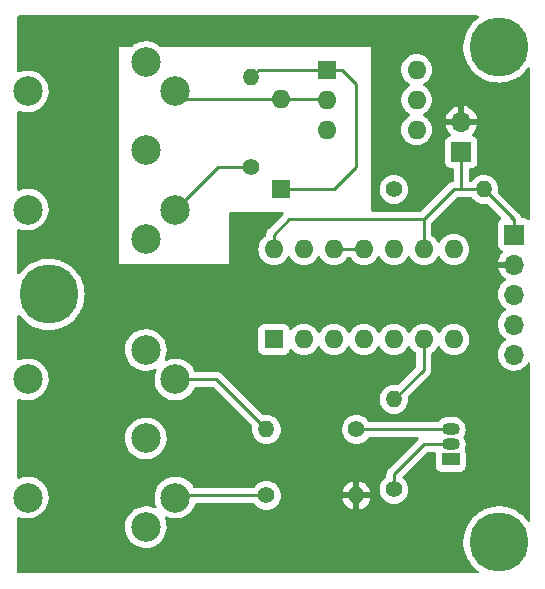
<source format=gtl>
%TF.GenerationSoftware,KiCad,Pcbnew,(6.0.1)*%
%TF.CreationDate,2022-09-24T12:21:52-04:00*%
%TF.ProjectId,MIDI-IN-OUT,4d494449-2d49-44e2-9d4f-55542e6b6963,rev?*%
%TF.SameCoordinates,Original*%
%TF.FileFunction,Copper,L1,Top*%
%TF.FilePolarity,Positive*%
%FSLAX46Y46*%
G04 Gerber Fmt 4.6, Leading zero omitted, Abs format (unit mm)*
G04 Created by KiCad (PCBNEW (6.0.1)) date 2022-09-24 12:21:52*
%MOMM*%
%LPD*%
G01*
G04 APERTURE LIST*
%TA.AperFunction,ComponentPad*%
%ADD10C,5.000000*%
%TD*%
%TA.AperFunction,ComponentPad*%
%ADD11C,1.400000*%
%TD*%
%TA.AperFunction,ComponentPad*%
%ADD12O,1.400000X1.400000*%
%TD*%
%TA.AperFunction,ComponentPad*%
%ADD13R,1.700000X1.700000*%
%TD*%
%TA.AperFunction,ComponentPad*%
%ADD14O,1.700000X1.700000*%
%TD*%
%TA.AperFunction,ComponentPad*%
%ADD15R,1.600000X1.600000*%
%TD*%
%TA.AperFunction,ComponentPad*%
%ADD16O,1.600000X1.600000*%
%TD*%
%TA.AperFunction,ComponentPad*%
%ADD17C,2.500000*%
%TD*%
%TA.AperFunction,ComponentPad*%
%ADD18R,1.500000X1.050000*%
%TD*%
%TA.AperFunction,ComponentPad*%
%ADD19O,1.500000X1.050000*%
%TD*%
%TA.AperFunction,Conductor*%
%ADD20C,0.254000*%
%TD*%
%TA.AperFunction,Conductor*%
%ADD21C,0.250000*%
%TD*%
G04 APERTURE END LIST*
D10*
%TO.P,MTG1,1*%
%TO.N,N/C*%
X130175000Y-71755000D03*
%TD*%
%TO.P,MTG2,1*%
%TO.N,N/C*%
X130175000Y-113665000D03*
%TD*%
D11*
%TO.P,R5,1*%
%TO.N,Net-(J2-Pad4)*%
X110490000Y-109728000D03*
D12*
%TO.P,R5,2*%
%TO.N,+5V*%
X118110000Y-109728000D03*
%TD*%
D13*
%TO.P,J3,1,Pin_1*%
%TO.N,+3V3*%
X131445000Y-87635000D03*
D14*
%TO.P,J3,2,Pin_2*%
%TO.N,+5V*%
X131445000Y-90175000D03*
%TO.P,J3,3,Pin_3*%
%TO.N,/RX*%
X131445000Y-92715000D03*
%TO.P,J3,4,Pin_4*%
%TO.N,/TX*%
X131445000Y-95255000D03*
%TO.P,J3,5,Pin_5*%
%TO.N,GND*%
X131445000Y-97795000D03*
%TD*%
D15*
%TO.P,U2,1*%
%TO.N,Net-(D1-Pad1)*%
X115580000Y-73675000D03*
D16*
%TO.P,U2,2*%
%TO.N,Net-(D1-Pad2)*%
X115580000Y-76215000D03*
%TO.P,U2,3,NC*%
%TO.N,unconnected-(U2-Pad3)*%
X115580000Y-78755000D03*
%TO.P,U2,4*%
%TO.N,GND*%
X123200000Y-78755000D03*
%TO.P,U2,5*%
%TO.N,Net-(R3-Pad1)*%
X123200000Y-76215000D03*
%TO.P,U2,6*%
%TO.N,unconnected-(U2-Pad6)*%
X123200000Y-73675000D03*
%TD*%
D11*
%TO.P,R2,1*%
%TO.N,Net-(Q1-Pad2)*%
X121285000Y-109220000D03*
D12*
%TO.P,R2,2*%
%TO.N,Net-(R2-Pad2)*%
X121285000Y-101600000D03*
%TD*%
D17*
%TO.P,J1,1*%
%TO.N,unconnected-(J1-Pad1)*%
X100282000Y-88018000D03*
%TO.P,J1,2*%
%TO.N,unconnected-(J1-Pad2)*%
X100282000Y-80518000D03*
%TO.P,J1,3*%
%TO.N,unconnected-(J1-Pad3)*%
X100282000Y-73018000D03*
%TO.P,J1,4*%
%TO.N,/MIDI_IN*%
X102782000Y-85518000D03*
%TO.P,J1,5*%
%TO.N,Net-(D1-Pad2)*%
X102782000Y-75518000D03*
%TO.P,J1,6*%
%TO.N,N/C*%
X90282000Y-75518000D03*
X90282000Y-85518000D03*
%TD*%
D15*
%TO.P,D1,1,K*%
%TO.N,Net-(D1-Pad1)*%
X111760000Y-83820000D03*
D16*
%TO.P,D1,2,A*%
%TO.N,Net-(D1-Pad2)*%
X111760000Y-76200000D03*
%TD*%
D15*
%TO.P,U1,1*%
%TO.N,+3V3*%
X111120000Y-96510000D03*
D16*
%TO.P,U1,2*%
%TO.N,unconnected-(U1-Pad2)*%
X113660000Y-96510000D03*
%TO.P,U1,3*%
%TO.N,+3V3*%
X116200000Y-96510000D03*
%TO.P,U1,4*%
%TO.N,unconnected-(U1-Pad4)*%
X118740000Y-96510000D03*
%TO.P,U1,5*%
%TO.N,/TX*%
X121280000Y-96510000D03*
%TO.P,U1,6*%
%TO.N,Net-(R2-Pad2)*%
X123820000Y-96510000D03*
%TO.P,U1,7,GND*%
%TO.N,GND*%
X126360000Y-96510000D03*
%TO.P,U1,8*%
%TO.N,unconnected-(U1-Pad8)*%
X126360000Y-88890000D03*
%TO.P,U1,9*%
%TO.N,+3V3*%
X123820000Y-88890000D03*
%TO.P,U1,10*%
%TO.N,/RX*%
X121280000Y-88890000D03*
%TO.P,U1,11*%
%TO.N,Net-(U1-Pad12)*%
X118740000Y-88890000D03*
%TO.P,U1,12*%
X116200000Y-88890000D03*
%TO.P,U1,13*%
%TO.N,Net-(R3-Pad1)*%
X113660000Y-88890000D03*
%TO.P,U1,14,VCC*%
%TO.N,+3V3*%
X111120000Y-88890000D03*
%TD*%
D11*
%TO.P,R3,1*%
%TO.N,Net-(R3-Pad1)*%
X121285000Y-83820000D03*
D12*
%TO.P,R3,2*%
%TO.N,+3V3*%
X128905000Y-83820000D03*
%TD*%
D18*
%TO.P,Q1,1,E*%
%TO.N,GND*%
X126090000Y-106680000D03*
D19*
%TO.P,Q1,2,B*%
%TO.N,Net-(Q1-Pad2)*%
X126090000Y-105410000D03*
%TO.P,Q1,3,C*%
%TO.N,Net-(Q1-Pad3)*%
X126090000Y-104140000D03*
%TD*%
D10*
%TO.P,MTG3,1*%
%TO.N,N/C*%
X92075000Y-92710000D03*
%TD*%
D11*
%TO.P,R1,1*%
%TO.N,/MIDI_IN*%
X109220000Y-81915000D03*
D12*
%TO.P,R1,2*%
%TO.N,Net-(D1-Pad1)*%
X109220000Y-74295000D03*
%TD*%
D17*
%TO.P,J2,1*%
%TO.N,unconnected-(J2-Pad1)*%
X100282000Y-112402000D03*
%TO.P,J2,2*%
%TO.N,GND*%
X100282000Y-104902000D03*
%TO.P,J2,3*%
%TO.N,unconnected-(J2-Pad3)*%
X100282000Y-97402000D03*
%TO.P,J2,4*%
%TO.N,Net-(J2-Pad4)*%
X102782000Y-109902000D03*
%TO.P,J2,5*%
%TO.N,Net-(J2-Pad5)*%
X102782000Y-99902000D03*
%TO.P,J2,6*%
%TO.N,N/C*%
X90282000Y-109902000D03*
X90282000Y-99902000D03*
%TD*%
D11*
%TO.P,R4,1*%
%TO.N,Net-(Q1-Pad3)*%
X118110000Y-104140000D03*
D12*
%TO.P,R4,2*%
%TO.N,Net-(J2-Pad5)*%
X110490000Y-104140000D03*
%TD*%
D13*
%TO.P,J4,1,Pin_1*%
%TO.N,+3V3*%
X127000000Y-80650000D03*
D14*
%TO.P,J4,2,Pin_2*%
%TO.N,+5V*%
X127000000Y-78110000D03*
%TD*%
D20*
%TO.N,Net-(D1-Pad1)*%
X109840000Y-73675000D02*
X109220000Y-74295000D01*
X118110000Y-74930000D02*
X116855000Y-73675000D01*
X118110000Y-81915000D02*
X118110000Y-74930000D01*
X116855000Y-73675000D02*
X115580000Y-73675000D01*
X116205000Y-83820000D02*
X118110000Y-81915000D01*
X115580000Y-73675000D02*
X109840000Y-73675000D01*
X111760000Y-83820000D02*
X116205000Y-83820000D01*
%TO.N,Net-(D1-Pad2)*%
X111760000Y-76200000D02*
X103464000Y-76200000D01*
X111760000Y-76200000D02*
X115565000Y-76200000D01*
%TO.N,/MIDI_IN*%
X109220000Y-81915000D02*
X106385000Y-81915000D01*
X106385000Y-81915000D02*
X102782000Y-85518000D01*
D21*
%TO.N,Net-(J2-Pad4)*%
X110490000Y-109728000D02*
X102956000Y-109728000D01*
%TO.N,Net-(J2-Pad5)*%
X106252000Y-99902000D02*
X110490000Y-104140000D01*
X102782000Y-99902000D02*
X106252000Y-99902000D01*
D20*
%TO.N,Net-(Q1-Pad2)*%
X126090000Y-105410000D02*
X123825000Y-105410000D01*
X123825000Y-105410000D02*
X121285000Y-107950000D01*
X121285000Y-107950000D02*
X121285000Y-109220000D01*
%TO.N,Net-(Q1-Pad3)*%
X126090000Y-104140000D02*
X118110000Y-104140000D01*
%TO.N,Net-(R2-Pad2)*%
X123820000Y-96510000D02*
X123820000Y-99065000D01*
X123820000Y-99065000D02*
X121285000Y-101600000D01*
%TO.N,+3V3*%
X128900000Y-83820000D02*
X127000000Y-83820000D01*
X112395000Y-86360000D02*
X123825000Y-86360000D01*
X123820000Y-88890000D02*
X123820000Y-86365000D01*
X123820000Y-86365000D02*
X123825000Y-86360000D01*
X127000000Y-83820000D02*
X126365000Y-83820000D01*
X123825000Y-86360000D02*
X126365000Y-83820000D01*
D21*
X127000000Y-80650000D02*
X127000000Y-83820000D01*
D20*
X111120000Y-88890000D02*
X111120000Y-87635000D01*
D21*
X131445000Y-86360000D02*
X128905000Y-83820000D01*
X131445000Y-87635000D02*
X131445000Y-86360000D01*
D20*
X111120000Y-87635000D02*
X112395000Y-86360000D01*
X131445000Y-86365000D02*
X128900000Y-83820000D01*
%TO.N,Net-(U1-Pad12)*%
X116200000Y-88890000D02*
X118740000Y-88890000D01*
%TD*%
%TA.AperFunction,Conductor*%
%TO.N,+5V*%
G36*
X128401392Y-69108002D02*
G01*
X128447885Y-69161658D01*
X128457989Y-69231932D01*
X128428495Y-69296512D01*
X128412051Y-69312334D01*
X128220035Y-69466168D01*
X128158509Y-69515459D01*
X127914466Y-69762071D01*
X127912225Y-69764929D01*
X127855732Y-69836978D01*
X127700386Y-70035098D01*
X127519105Y-70330921D01*
X127373027Y-70645620D01*
X127264087Y-70975023D01*
X127263351Y-70978578D01*
X127263350Y-70978581D01*
X127195810Y-71304720D01*
X127193730Y-71314764D01*
X127187458Y-71385040D01*
X127166302Y-71622093D01*
X127162888Y-71660341D01*
X127162983Y-71663971D01*
X127162983Y-71663972D01*
X127164529Y-71723003D01*
X127171970Y-72007171D01*
X127220856Y-72350660D01*
X127308897Y-72686253D01*
X127434927Y-73009503D01*
X127597275Y-73316126D01*
X127599325Y-73319109D01*
X127599327Y-73319112D01*
X127791733Y-73599064D01*
X127791739Y-73599071D01*
X127793790Y-73602056D01*
X128021866Y-73863505D01*
X128045533Y-73885040D01*
X128234268Y-74056775D01*
X128278481Y-74097006D01*
X128560233Y-74299466D01*
X128863388Y-74468200D01*
X129183928Y-74600972D01*
X129187422Y-74601967D01*
X129187424Y-74601968D01*
X129514103Y-74695025D01*
X129514108Y-74695026D01*
X129517604Y-74696022D01*
X129714304Y-74728233D01*
X129856412Y-74751504D01*
X129856419Y-74751505D01*
X129859993Y-74752090D01*
X130033275Y-74760262D01*
X130202931Y-74768263D01*
X130202932Y-74768263D01*
X130206558Y-74768434D01*
X130215415Y-74767830D01*
X130549073Y-74745084D01*
X130549081Y-74745083D01*
X130552704Y-74744836D01*
X130556279Y-74744173D01*
X130556282Y-74744173D01*
X130890279Y-74682270D01*
X130890283Y-74682269D01*
X130893844Y-74681609D01*
X131225456Y-74579592D01*
X131543145Y-74440136D01*
X131720914Y-74336257D01*
X131839560Y-74266926D01*
X131839562Y-74266925D01*
X131842700Y-74265091D01*
X132030292Y-74124243D01*
X132117244Y-74058958D01*
X132117248Y-74058955D01*
X132120151Y-74056775D01*
X132371819Y-73817950D01*
X132419255Y-73761218D01*
X132592048Y-73554560D01*
X132594370Y-73551783D01*
X132596363Y-73548749D01*
X132610688Y-73526942D01*
X132664806Y-73480987D01*
X132735177Y-73471586D01*
X132799460Y-73501723D01*
X132837245Y-73561829D01*
X132842000Y-73596118D01*
X132842000Y-86307553D01*
X132821998Y-86375674D01*
X132768342Y-86422167D01*
X132698068Y-86432271D01*
X132640435Y-86408379D01*
X132596797Y-86375674D01*
X132541705Y-86334385D01*
X132405316Y-86283255D01*
X132343134Y-86276500D01*
X132178916Y-86276500D01*
X132110795Y-86256498D01*
X132061764Y-86196883D01*
X132049567Y-86166076D01*
X132045722Y-86154847D01*
X132035078Y-86118211D01*
X132032869Y-86110607D01*
X132031630Y-86108511D01*
X132031018Y-86106406D01*
X132027118Y-86099811D01*
X132027116Y-86099807D01*
X132020707Y-86088971D01*
X132012010Y-86071221D01*
X132004552Y-86052383D01*
X131978571Y-86016623D01*
X131972053Y-86006701D01*
X131953578Y-85975460D01*
X131953574Y-85975455D01*
X131949542Y-85968637D01*
X131935218Y-85954313D01*
X131922376Y-85939278D01*
X131918187Y-85933512D01*
X131910472Y-85922893D01*
X131876406Y-85894711D01*
X131867627Y-85886722D01*
X130132443Y-84151538D01*
X130098417Y-84089226D01*
X130097453Y-84040561D01*
X130098264Y-84035961D01*
X130099686Y-84030655D01*
X130100166Y-84025175D01*
X130117637Y-83825475D01*
X130118116Y-83820000D01*
X130099686Y-83609345D01*
X130044956Y-83405090D01*
X130040731Y-83396029D01*
X129957912Y-83218423D01*
X129957910Y-83218420D01*
X129955589Y-83213442D01*
X129834301Y-83040224D01*
X129684776Y-82890699D01*
X129511558Y-82769411D01*
X129506580Y-82767090D01*
X129506577Y-82767088D01*
X129324892Y-82682367D01*
X129324891Y-82682366D01*
X129319910Y-82680044D01*
X129314602Y-82678622D01*
X129314600Y-82678621D01*
X129120970Y-82626738D01*
X129120968Y-82626738D01*
X129115655Y-82625314D01*
X128905000Y-82606884D01*
X128694345Y-82625314D01*
X128689032Y-82626738D01*
X128689030Y-82626738D01*
X128495400Y-82678621D01*
X128495398Y-82678622D01*
X128490090Y-82680044D01*
X128485109Y-82682366D01*
X128485108Y-82682367D01*
X128303423Y-82767088D01*
X128303420Y-82767090D01*
X128298442Y-82769411D01*
X128125224Y-82890699D01*
X127975699Y-83040224D01*
X127972542Y-83044732D01*
X127972540Y-83044735D01*
X127912297Y-83130771D01*
X127856840Y-83175099D01*
X127809084Y-83184500D01*
X127759500Y-83184500D01*
X127691379Y-83164498D01*
X127644886Y-83110842D01*
X127633500Y-83058500D01*
X127633500Y-82134500D01*
X127653502Y-82066379D01*
X127707158Y-82019886D01*
X127759500Y-82008500D01*
X127898134Y-82008500D01*
X127960316Y-82001745D01*
X128096705Y-81950615D01*
X128213261Y-81863261D01*
X128300615Y-81746705D01*
X128351745Y-81610316D01*
X128358500Y-81548134D01*
X128358500Y-79751866D01*
X128351745Y-79689684D01*
X128300615Y-79553295D01*
X128213261Y-79436739D01*
X128096705Y-79349385D01*
X127977687Y-79304767D01*
X127920923Y-79262125D01*
X127896223Y-79195564D01*
X127911430Y-79126215D01*
X127932977Y-79097535D01*
X128034052Y-78996812D01*
X128040730Y-78988965D01*
X128165003Y-78816020D01*
X128170313Y-78807183D01*
X128264670Y-78616267D01*
X128268469Y-78606672D01*
X128330377Y-78402910D01*
X128332555Y-78392837D01*
X128333986Y-78381962D01*
X128331775Y-78367778D01*
X128318617Y-78364000D01*
X125683225Y-78364000D01*
X125669694Y-78367973D01*
X125668257Y-78377966D01*
X125698565Y-78512446D01*
X125701645Y-78522275D01*
X125781770Y-78719603D01*
X125786413Y-78728794D01*
X125897694Y-78910388D01*
X125903777Y-78918699D01*
X126043213Y-79079667D01*
X126050577Y-79086879D01*
X126055522Y-79090985D01*
X126095156Y-79149889D01*
X126096653Y-79220870D01*
X126059537Y-79281392D01*
X126019264Y-79305910D01*
X125911705Y-79346232D01*
X125911704Y-79346233D01*
X125903295Y-79349385D01*
X125786739Y-79436739D01*
X125699385Y-79553295D01*
X125648255Y-79689684D01*
X125641500Y-79751866D01*
X125641500Y-81548134D01*
X125648255Y-81610316D01*
X125699385Y-81746705D01*
X125786739Y-81863261D01*
X125903295Y-81950615D01*
X126039684Y-82001745D01*
X126101866Y-82008500D01*
X126240500Y-82008500D01*
X126308621Y-82028502D01*
X126355114Y-82082158D01*
X126366500Y-82134500D01*
X126366500Y-83064619D01*
X126346498Y-83132740D01*
X126292842Y-83179233D01*
X126266093Y-83187295D01*
X126264795Y-83187336D01*
X126257187Y-83189546D01*
X126257183Y-83189547D01*
X126245253Y-83193013D01*
X126225894Y-83197022D01*
X126224633Y-83197181D01*
X126205701Y-83199573D01*
X126198337Y-83202489D01*
X126198332Y-83202490D01*
X126176421Y-83211166D01*
X126164428Y-83215914D01*
X126153224Y-83219751D01*
X126110607Y-83232132D01*
X126093094Y-83242489D01*
X126075343Y-83251185D01*
X126063785Y-83255761D01*
X126063780Y-83255764D01*
X126056412Y-83258681D01*
X126049997Y-83263342D01*
X126020507Y-83284767D01*
X126010585Y-83291284D01*
X125979228Y-83309828D01*
X125979225Y-83309830D01*
X125972401Y-83313866D01*
X125958014Y-83328253D01*
X125942980Y-83341094D01*
X125926513Y-83353058D01*
X125921460Y-83359166D01*
X125898228Y-83387249D01*
X125890238Y-83396029D01*
X123598672Y-85687595D01*
X123536360Y-85721621D01*
X123509577Y-85724500D01*
X119506000Y-85724500D01*
X119437879Y-85704498D01*
X119391386Y-85650842D01*
X119380000Y-85598500D01*
X119380000Y-83820000D01*
X120071884Y-83820000D01*
X120090314Y-84030655D01*
X120091738Y-84035968D01*
X120091738Y-84035970D01*
X120122705Y-84151538D01*
X120145044Y-84234910D01*
X120147366Y-84239891D01*
X120147367Y-84239892D01*
X120186328Y-84323443D01*
X120234411Y-84426558D01*
X120355699Y-84599776D01*
X120505224Y-84749301D01*
X120678442Y-84870589D01*
X120683420Y-84872910D01*
X120683423Y-84872912D01*
X120865108Y-84957633D01*
X120870090Y-84959956D01*
X120875398Y-84961378D01*
X120875400Y-84961379D01*
X121069030Y-85013262D01*
X121069032Y-85013262D01*
X121074345Y-85014686D01*
X121285000Y-85033116D01*
X121495655Y-85014686D01*
X121500968Y-85013262D01*
X121500970Y-85013262D01*
X121694600Y-84961379D01*
X121694602Y-84961378D01*
X121699910Y-84959956D01*
X121704892Y-84957633D01*
X121886577Y-84872912D01*
X121886580Y-84872910D01*
X121891558Y-84870589D01*
X122064776Y-84749301D01*
X122214301Y-84599776D01*
X122335589Y-84426558D01*
X122383673Y-84323443D01*
X122422633Y-84239892D01*
X122422634Y-84239891D01*
X122424956Y-84234910D01*
X122447296Y-84151538D01*
X122478262Y-84035970D01*
X122478262Y-84035968D01*
X122479686Y-84030655D01*
X122498116Y-83820000D01*
X122479686Y-83609345D01*
X122424956Y-83405090D01*
X122420731Y-83396029D01*
X122337912Y-83218423D01*
X122337910Y-83218420D01*
X122335589Y-83213442D01*
X122214301Y-83040224D01*
X122064776Y-82890699D01*
X121891558Y-82769411D01*
X121886580Y-82767090D01*
X121886577Y-82767088D01*
X121704892Y-82682367D01*
X121704891Y-82682366D01*
X121699910Y-82680044D01*
X121694602Y-82678622D01*
X121694600Y-82678621D01*
X121500970Y-82626738D01*
X121500968Y-82626738D01*
X121495655Y-82625314D01*
X121285000Y-82606884D01*
X121074345Y-82625314D01*
X121069032Y-82626738D01*
X121069030Y-82626738D01*
X120875400Y-82678621D01*
X120875398Y-82678622D01*
X120870090Y-82680044D01*
X120865109Y-82682366D01*
X120865108Y-82682367D01*
X120683423Y-82767088D01*
X120683420Y-82767090D01*
X120678442Y-82769411D01*
X120505224Y-82890699D01*
X120355699Y-83040224D01*
X120234411Y-83213442D01*
X120232090Y-83218420D01*
X120232088Y-83218423D01*
X120149269Y-83396029D01*
X120145044Y-83405090D01*
X120090314Y-83609345D01*
X120071884Y-83820000D01*
X119380000Y-83820000D01*
X119380000Y-78755000D01*
X121886502Y-78755000D01*
X121906457Y-78983087D01*
X121907881Y-78988400D01*
X121907881Y-78988402D01*
X121910135Y-78996812D01*
X121965716Y-79204243D01*
X121968039Y-79209224D01*
X121968039Y-79209225D01*
X122060151Y-79406762D01*
X122060154Y-79406767D01*
X122062477Y-79411749D01*
X122193802Y-79599300D01*
X122355700Y-79761198D01*
X122360208Y-79764355D01*
X122360211Y-79764357D01*
X122438389Y-79819098D01*
X122543251Y-79892523D01*
X122548233Y-79894846D01*
X122548238Y-79894849D01*
X122745775Y-79986961D01*
X122750757Y-79989284D01*
X122756065Y-79990706D01*
X122756067Y-79990707D01*
X122966598Y-80047119D01*
X122966600Y-80047119D01*
X122971913Y-80048543D01*
X123200000Y-80068498D01*
X123428087Y-80048543D01*
X123433400Y-80047119D01*
X123433402Y-80047119D01*
X123643933Y-79990707D01*
X123643935Y-79990706D01*
X123649243Y-79989284D01*
X123654225Y-79986961D01*
X123851762Y-79894849D01*
X123851767Y-79894846D01*
X123856749Y-79892523D01*
X123961611Y-79819098D01*
X124039789Y-79764357D01*
X124039792Y-79764355D01*
X124044300Y-79761198D01*
X124206198Y-79599300D01*
X124337523Y-79411749D01*
X124339846Y-79406767D01*
X124339849Y-79406762D01*
X124431961Y-79209225D01*
X124431961Y-79209224D01*
X124434284Y-79204243D01*
X124489866Y-78996812D01*
X124492119Y-78988402D01*
X124492119Y-78988400D01*
X124493543Y-78983087D01*
X124513498Y-78755000D01*
X124493543Y-78526913D01*
X124454703Y-78381962D01*
X124435707Y-78311067D01*
X124435706Y-78311065D01*
X124434284Y-78305757D01*
X124431961Y-78300775D01*
X124339849Y-78103238D01*
X124339846Y-78103233D01*
X124337523Y-78098251D01*
X124206198Y-77910700D01*
X124139681Y-77844183D01*
X125664389Y-77844183D01*
X125665912Y-77852607D01*
X125678292Y-77856000D01*
X126727885Y-77856000D01*
X126743124Y-77851525D01*
X126744329Y-77850135D01*
X126746000Y-77842452D01*
X126746000Y-77837885D01*
X127254000Y-77837885D01*
X127258475Y-77853124D01*
X127259865Y-77854329D01*
X127267548Y-77856000D01*
X128318344Y-77856000D01*
X128331875Y-77852027D01*
X128333180Y-77842947D01*
X128291214Y-77675875D01*
X128287894Y-77666124D01*
X128202972Y-77470814D01*
X128198105Y-77461739D01*
X128082426Y-77282926D01*
X128076136Y-77274757D01*
X127932806Y-77117240D01*
X127925273Y-77110215D01*
X127758139Y-76978222D01*
X127749552Y-76972517D01*
X127563117Y-76869599D01*
X127553705Y-76865369D01*
X127352959Y-76794280D01*
X127342988Y-76791646D01*
X127271837Y-76778972D01*
X127258540Y-76780432D01*
X127254000Y-76794989D01*
X127254000Y-77837885D01*
X126746000Y-77837885D01*
X126746000Y-76793102D01*
X126742082Y-76779758D01*
X126727806Y-76777771D01*
X126689324Y-76783660D01*
X126679288Y-76786051D01*
X126476868Y-76852212D01*
X126467359Y-76856209D01*
X126278463Y-76954542D01*
X126269738Y-76960036D01*
X126099433Y-77087905D01*
X126091726Y-77094748D01*
X125944590Y-77248717D01*
X125938104Y-77256727D01*
X125818098Y-77432649D01*
X125813000Y-77441623D01*
X125723338Y-77634783D01*
X125719775Y-77644470D01*
X125664389Y-77844183D01*
X124139681Y-77844183D01*
X124044300Y-77748802D01*
X124039792Y-77745645D01*
X124039789Y-77745643D01*
X123926224Y-77666124D01*
X123856749Y-77617477D01*
X123851767Y-77615154D01*
X123851762Y-77615151D01*
X123817543Y-77599195D01*
X123764258Y-77552278D01*
X123744797Y-77484001D01*
X123765339Y-77416041D01*
X123817543Y-77370805D01*
X123851762Y-77354849D01*
X123851767Y-77354846D01*
X123856749Y-77352523D01*
X123975712Y-77269224D01*
X124039789Y-77224357D01*
X124039792Y-77224355D01*
X124044300Y-77221198D01*
X124206198Y-77059300D01*
X124337523Y-76871749D01*
X124339846Y-76866767D01*
X124339849Y-76866762D01*
X124431961Y-76669225D01*
X124431961Y-76669224D01*
X124434284Y-76664243D01*
X124458110Y-76575326D01*
X124492119Y-76448402D01*
X124492119Y-76448400D01*
X124493543Y-76443087D01*
X124513498Y-76215000D01*
X124493543Y-75986913D01*
X124463308Y-75874076D01*
X124435707Y-75771067D01*
X124435706Y-75771065D01*
X124434284Y-75765757D01*
X124363249Y-75613421D01*
X124339849Y-75563238D01*
X124339846Y-75563233D01*
X124337523Y-75558251D01*
X124206198Y-75370700D01*
X124044300Y-75208802D01*
X124039792Y-75205645D01*
X124039789Y-75205643D01*
X123961611Y-75150902D01*
X123856749Y-75077477D01*
X123851767Y-75075154D01*
X123851762Y-75075151D01*
X123817543Y-75059195D01*
X123764258Y-75012278D01*
X123744797Y-74944001D01*
X123765339Y-74876041D01*
X123817543Y-74830805D01*
X123851762Y-74814849D01*
X123851767Y-74814846D01*
X123856749Y-74812523D01*
X124022291Y-74696609D01*
X124039789Y-74684357D01*
X124039792Y-74684355D01*
X124044300Y-74681198D01*
X124206198Y-74519300D01*
X124260609Y-74441594D01*
X124334366Y-74336257D01*
X124337523Y-74331749D01*
X124339846Y-74326767D01*
X124339849Y-74326762D01*
X124431961Y-74129225D01*
X124431961Y-74129224D01*
X124434284Y-74124243D01*
X124470745Y-73988172D01*
X124492119Y-73908402D01*
X124492119Y-73908400D01*
X124493543Y-73903087D01*
X124513498Y-73675000D01*
X124493543Y-73446913D01*
X124459299Y-73319112D01*
X124435707Y-73231067D01*
X124435706Y-73231065D01*
X124434284Y-73225757D01*
X124398107Y-73148175D01*
X124339849Y-73023238D01*
X124339846Y-73023233D01*
X124337523Y-73018251D01*
X124206198Y-72830700D01*
X124044300Y-72668802D01*
X124039792Y-72665645D01*
X124039789Y-72665643D01*
X123961611Y-72610902D01*
X123856749Y-72537477D01*
X123851767Y-72535154D01*
X123851762Y-72535151D01*
X123654225Y-72443039D01*
X123654224Y-72443039D01*
X123649243Y-72440716D01*
X123643935Y-72439294D01*
X123643933Y-72439293D01*
X123433402Y-72382881D01*
X123433400Y-72382881D01*
X123428087Y-72381457D01*
X123200000Y-72361502D01*
X122971913Y-72381457D01*
X122966600Y-72382881D01*
X122966598Y-72382881D01*
X122756067Y-72439293D01*
X122756065Y-72439294D01*
X122750757Y-72440716D01*
X122745776Y-72443039D01*
X122745775Y-72443039D01*
X122548238Y-72535151D01*
X122548233Y-72535154D01*
X122543251Y-72537477D01*
X122438389Y-72610902D01*
X122360211Y-72665643D01*
X122360208Y-72665645D01*
X122355700Y-72668802D01*
X122193802Y-72830700D01*
X122062477Y-73018251D01*
X122060154Y-73023233D01*
X122060151Y-73023238D01*
X122001893Y-73148175D01*
X121965716Y-73225757D01*
X121964294Y-73231065D01*
X121964293Y-73231067D01*
X121940701Y-73319112D01*
X121906457Y-73446913D01*
X121886502Y-73675000D01*
X121906457Y-73903087D01*
X121907881Y-73908400D01*
X121907881Y-73908402D01*
X121929256Y-73988172D01*
X121965716Y-74124243D01*
X121968039Y-74129224D01*
X121968039Y-74129225D01*
X122060151Y-74326762D01*
X122060154Y-74326767D01*
X122062477Y-74331749D01*
X122065634Y-74336257D01*
X122139392Y-74441594D01*
X122193802Y-74519300D01*
X122355700Y-74681198D01*
X122360208Y-74684355D01*
X122360211Y-74684357D01*
X122377709Y-74696609D01*
X122543251Y-74812523D01*
X122548233Y-74814846D01*
X122548238Y-74814849D01*
X122582457Y-74830805D01*
X122635742Y-74877722D01*
X122655203Y-74945999D01*
X122634661Y-75013959D01*
X122582457Y-75059195D01*
X122548238Y-75075151D01*
X122548233Y-75075154D01*
X122543251Y-75077477D01*
X122438389Y-75150902D01*
X122360211Y-75205643D01*
X122360208Y-75205645D01*
X122355700Y-75208802D01*
X122193802Y-75370700D01*
X122062477Y-75558251D01*
X122060154Y-75563233D01*
X122060151Y-75563238D01*
X122036751Y-75613421D01*
X121965716Y-75765757D01*
X121964294Y-75771065D01*
X121964293Y-75771067D01*
X121936692Y-75874076D01*
X121906457Y-75986913D01*
X121886502Y-76215000D01*
X121906457Y-76443087D01*
X121907881Y-76448400D01*
X121907881Y-76448402D01*
X121941891Y-76575326D01*
X121965716Y-76664243D01*
X121968039Y-76669224D01*
X121968039Y-76669225D01*
X122060151Y-76866762D01*
X122060154Y-76866767D01*
X122062477Y-76871749D01*
X122193802Y-77059300D01*
X122355700Y-77221198D01*
X122360208Y-77224355D01*
X122360211Y-77224357D01*
X122424288Y-77269224D01*
X122543251Y-77352523D01*
X122548233Y-77354846D01*
X122548238Y-77354849D01*
X122582457Y-77370805D01*
X122635742Y-77417722D01*
X122655203Y-77485999D01*
X122634661Y-77553959D01*
X122582457Y-77599195D01*
X122548238Y-77615151D01*
X122548233Y-77615154D01*
X122543251Y-77617477D01*
X122473776Y-77666124D01*
X122360211Y-77745643D01*
X122360208Y-77745645D01*
X122355700Y-77748802D01*
X122193802Y-77910700D01*
X122062477Y-78098251D01*
X122060154Y-78103233D01*
X122060151Y-78103238D01*
X121968039Y-78300775D01*
X121965716Y-78305757D01*
X121964294Y-78311065D01*
X121964293Y-78311067D01*
X121945297Y-78381962D01*
X121906457Y-78526913D01*
X121886502Y-78755000D01*
X119380000Y-78755000D01*
X119380000Y-71755000D01*
X101555930Y-71755000D01*
X101487809Y-71734998D01*
X101469598Y-71720775D01*
X101395179Y-71650769D01*
X101395168Y-71650760D01*
X101391763Y-71647557D01*
X101177009Y-71498576D01*
X101172816Y-71496508D01*
X100946781Y-71385040D01*
X100946778Y-71385039D01*
X100942593Y-71382975D01*
X100896449Y-71368204D01*
X100698123Y-71304720D01*
X100693665Y-71303293D01*
X100435693Y-71261279D01*
X100321942Y-71259790D01*
X100179022Y-71257919D01*
X100179019Y-71257919D01*
X100174345Y-71257858D01*
X99915362Y-71293104D01*
X99664433Y-71366243D01*
X99660180Y-71368203D01*
X99660179Y-71368204D01*
X99623659Y-71385040D01*
X99427072Y-71475668D01*
X99388067Y-71501241D01*
X99212404Y-71616410D01*
X99212399Y-71616414D01*
X99208491Y-71618976D01*
X99158078Y-71663972D01*
X99091939Y-71723003D01*
X99027798Y-71753441D01*
X99008038Y-71755000D01*
X98044000Y-71755000D01*
X98044000Y-90170000D01*
X107315000Y-90170000D01*
X107315000Y-85851000D01*
X107335002Y-85782879D01*
X107388658Y-85736386D01*
X107441000Y-85725000D01*
X111827077Y-85725000D01*
X111895198Y-85745002D01*
X111941691Y-85798658D01*
X111951795Y-85868932D01*
X111922301Y-85933512D01*
X111916172Y-85940095D01*
X110726517Y-87129750D01*
X110718191Y-87137326D01*
X110711697Y-87141447D01*
X110706274Y-87147222D01*
X110664915Y-87191265D01*
X110662160Y-87194107D01*
X110642361Y-87213906D01*
X110639937Y-87217031D01*
X110639929Y-87217040D01*
X110639863Y-87217126D01*
X110632155Y-87226151D01*
X110601783Y-87258494D01*
X110597965Y-87265438D01*
X110597964Y-87265440D01*
X110591978Y-87276329D01*
X110581127Y-87292847D01*
X110568650Y-87308933D01*
X110551024Y-87349666D01*
X110545807Y-87360314D01*
X110524431Y-87399197D01*
X110522460Y-87406872D01*
X110522458Y-87406878D01*
X110519369Y-87418911D01*
X110512966Y-87437613D01*
X110504883Y-87456292D01*
X110503644Y-87464117D01*
X110497940Y-87500127D01*
X110495535Y-87511740D01*
X110484500Y-87554718D01*
X110484500Y-87575065D01*
X110482949Y-87594776D01*
X110479765Y-87614879D01*
X110480511Y-87622771D01*
X110483941Y-87659056D01*
X110484500Y-87670914D01*
X110484500Y-87672007D01*
X110464498Y-87740128D01*
X110430772Y-87775219D01*
X110377536Y-87812496D01*
X110280211Y-87880643D01*
X110280208Y-87880645D01*
X110275700Y-87883802D01*
X110113802Y-88045700D01*
X109982477Y-88233251D01*
X109980154Y-88238233D01*
X109980151Y-88238238D01*
X109976952Y-88245099D01*
X109885716Y-88440757D01*
X109826457Y-88661913D01*
X109806502Y-88890000D01*
X109826457Y-89118087D01*
X109827881Y-89123400D01*
X109827881Y-89123402D01*
X109881023Y-89321727D01*
X109885716Y-89339243D01*
X109888039Y-89344224D01*
X109888039Y-89344225D01*
X109980151Y-89541762D01*
X109980154Y-89541767D01*
X109982477Y-89546749D01*
X109985634Y-89551257D01*
X110092932Y-89704494D01*
X110113802Y-89734300D01*
X110275700Y-89896198D01*
X110280208Y-89899355D01*
X110280211Y-89899357D01*
X110358389Y-89954098D01*
X110463251Y-90027523D01*
X110468233Y-90029846D01*
X110468238Y-90029849D01*
X110665775Y-90121961D01*
X110670757Y-90124284D01*
X110676065Y-90125706D01*
X110676067Y-90125707D01*
X110886598Y-90182119D01*
X110886600Y-90182119D01*
X110891913Y-90183543D01*
X111120000Y-90203498D01*
X111348087Y-90183543D01*
X111353400Y-90182119D01*
X111353402Y-90182119D01*
X111563933Y-90125707D01*
X111563935Y-90125706D01*
X111569243Y-90124284D01*
X111574225Y-90121961D01*
X111771762Y-90029849D01*
X111771767Y-90029846D01*
X111776749Y-90027523D01*
X111881611Y-89954098D01*
X111959789Y-89899357D01*
X111959792Y-89899355D01*
X111964300Y-89896198D01*
X112126198Y-89734300D01*
X112147069Y-89704494D01*
X112254366Y-89551257D01*
X112257523Y-89546749D01*
X112259846Y-89541767D01*
X112259849Y-89541762D01*
X112275805Y-89507543D01*
X112322722Y-89454258D01*
X112390999Y-89434797D01*
X112458959Y-89455339D01*
X112504195Y-89507543D01*
X112520151Y-89541762D01*
X112520154Y-89541767D01*
X112522477Y-89546749D01*
X112525634Y-89551257D01*
X112632932Y-89704494D01*
X112653802Y-89734300D01*
X112815700Y-89896198D01*
X112820208Y-89899355D01*
X112820211Y-89899357D01*
X112898389Y-89954098D01*
X113003251Y-90027523D01*
X113008233Y-90029846D01*
X113008238Y-90029849D01*
X113205775Y-90121961D01*
X113210757Y-90124284D01*
X113216065Y-90125706D01*
X113216067Y-90125707D01*
X113426598Y-90182119D01*
X113426600Y-90182119D01*
X113431913Y-90183543D01*
X113660000Y-90203498D01*
X113888087Y-90183543D01*
X113893400Y-90182119D01*
X113893402Y-90182119D01*
X114103933Y-90125707D01*
X114103935Y-90125706D01*
X114109243Y-90124284D01*
X114114225Y-90121961D01*
X114311762Y-90029849D01*
X114311767Y-90029846D01*
X114316749Y-90027523D01*
X114421611Y-89954098D01*
X114499789Y-89899357D01*
X114499792Y-89899355D01*
X114504300Y-89896198D01*
X114666198Y-89734300D01*
X114687069Y-89704494D01*
X114794366Y-89551257D01*
X114797523Y-89546749D01*
X114799846Y-89541767D01*
X114799849Y-89541762D01*
X114815805Y-89507543D01*
X114862722Y-89454258D01*
X114930999Y-89434797D01*
X114998959Y-89455339D01*
X115044195Y-89507543D01*
X115060151Y-89541762D01*
X115060154Y-89541767D01*
X115062477Y-89546749D01*
X115065634Y-89551257D01*
X115172932Y-89704494D01*
X115193802Y-89734300D01*
X115355700Y-89896198D01*
X115360208Y-89899355D01*
X115360211Y-89899357D01*
X115438389Y-89954098D01*
X115543251Y-90027523D01*
X115548233Y-90029846D01*
X115548238Y-90029849D01*
X115745775Y-90121961D01*
X115750757Y-90124284D01*
X115756065Y-90125706D01*
X115756067Y-90125707D01*
X115966598Y-90182119D01*
X115966600Y-90182119D01*
X115971913Y-90183543D01*
X116200000Y-90203498D01*
X116428087Y-90183543D01*
X116433400Y-90182119D01*
X116433402Y-90182119D01*
X116643933Y-90125707D01*
X116643935Y-90125706D01*
X116649243Y-90124284D01*
X116654225Y-90121961D01*
X116851762Y-90029849D01*
X116851767Y-90029846D01*
X116856749Y-90027523D01*
X116961611Y-89954098D01*
X117039789Y-89899357D01*
X117039792Y-89899355D01*
X117044300Y-89896198D01*
X117206198Y-89734300D01*
X117227069Y-89704494D01*
X117314780Y-89579229D01*
X117370237Y-89534901D01*
X117417993Y-89525500D01*
X117522007Y-89525500D01*
X117590128Y-89545502D01*
X117625220Y-89579229D01*
X117712932Y-89704494D01*
X117733802Y-89734300D01*
X117895700Y-89896198D01*
X117900208Y-89899355D01*
X117900211Y-89899357D01*
X117978389Y-89954098D01*
X118083251Y-90027523D01*
X118088233Y-90029846D01*
X118088238Y-90029849D01*
X118285775Y-90121961D01*
X118290757Y-90124284D01*
X118296065Y-90125706D01*
X118296067Y-90125707D01*
X118506598Y-90182119D01*
X118506600Y-90182119D01*
X118511913Y-90183543D01*
X118740000Y-90203498D01*
X118968087Y-90183543D01*
X118973400Y-90182119D01*
X118973402Y-90182119D01*
X119183933Y-90125707D01*
X119183935Y-90125706D01*
X119189243Y-90124284D01*
X119194225Y-90121961D01*
X119391762Y-90029849D01*
X119391767Y-90029846D01*
X119396749Y-90027523D01*
X119501611Y-89954098D01*
X119579789Y-89899357D01*
X119579792Y-89899355D01*
X119584300Y-89896198D01*
X119746198Y-89734300D01*
X119767069Y-89704494D01*
X119874366Y-89551257D01*
X119877523Y-89546749D01*
X119879846Y-89541767D01*
X119879849Y-89541762D01*
X119895805Y-89507543D01*
X119942722Y-89454258D01*
X120010999Y-89434797D01*
X120078959Y-89455339D01*
X120124195Y-89507543D01*
X120140151Y-89541762D01*
X120140154Y-89541767D01*
X120142477Y-89546749D01*
X120145634Y-89551257D01*
X120252932Y-89704494D01*
X120273802Y-89734300D01*
X120435700Y-89896198D01*
X120440208Y-89899355D01*
X120440211Y-89899357D01*
X120518389Y-89954098D01*
X120623251Y-90027523D01*
X120628233Y-90029846D01*
X120628238Y-90029849D01*
X120825775Y-90121961D01*
X120830757Y-90124284D01*
X120836065Y-90125706D01*
X120836067Y-90125707D01*
X121046598Y-90182119D01*
X121046600Y-90182119D01*
X121051913Y-90183543D01*
X121280000Y-90203498D01*
X121508087Y-90183543D01*
X121513400Y-90182119D01*
X121513402Y-90182119D01*
X121723933Y-90125707D01*
X121723935Y-90125706D01*
X121729243Y-90124284D01*
X121734225Y-90121961D01*
X121931762Y-90029849D01*
X121931767Y-90029846D01*
X121936749Y-90027523D01*
X122041611Y-89954098D01*
X122119789Y-89899357D01*
X122119792Y-89899355D01*
X122124300Y-89896198D01*
X122286198Y-89734300D01*
X122307069Y-89704494D01*
X122414366Y-89551257D01*
X122417523Y-89546749D01*
X122419846Y-89541767D01*
X122419849Y-89541762D01*
X122435805Y-89507543D01*
X122482722Y-89454258D01*
X122550999Y-89434797D01*
X122618959Y-89455339D01*
X122664195Y-89507543D01*
X122680151Y-89541762D01*
X122680154Y-89541767D01*
X122682477Y-89546749D01*
X122685634Y-89551257D01*
X122792932Y-89704494D01*
X122813802Y-89734300D01*
X122975700Y-89896198D01*
X122980208Y-89899355D01*
X122980211Y-89899357D01*
X123058389Y-89954098D01*
X123163251Y-90027523D01*
X123168233Y-90029846D01*
X123168238Y-90029849D01*
X123365775Y-90121961D01*
X123370757Y-90124284D01*
X123376065Y-90125706D01*
X123376067Y-90125707D01*
X123586598Y-90182119D01*
X123586600Y-90182119D01*
X123591913Y-90183543D01*
X123820000Y-90203498D01*
X124048087Y-90183543D01*
X124053400Y-90182119D01*
X124053402Y-90182119D01*
X124263933Y-90125707D01*
X124263935Y-90125706D01*
X124269243Y-90124284D01*
X124274225Y-90121961D01*
X124471762Y-90029849D01*
X124471767Y-90029846D01*
X124476749Y-90027523D01*
X124581611Y-89954098D01*
X124659789Y-89899357D01*
X124659792Y-89899355D01*
X124664300Y-89896198D01*
X124826198Y-89734300D01*
X124847069Y-89704494D01*
X124954366Y-89551257D01*
X124957523Y-89546749D01*
X124959846Y-89541767D01*
X124959849Y-89541762D01*
X124975805Y-89507543D01*
X125022722Y-89454258D01*
X125090999Y-89434797D01*
X125158959Y-89455339D01*
X125204195Y-89507543D01*
X125220151Y-89541762D01*
X125220154Y-89541767D01*
X125222477Y-89546749D01*
X125225634Y-89551257D01*
X125332932Y-89704494D01*
X125353802Y-89734300D01*
X125515700Y-89896198D01*
X125520208Y-89899355D01*
X125520211Y-89899357D01*
X125598389Y-89954098D01*
X125703251Y-90027523D01*
X125708233Y-90029846D01*
X125708238Y-90029849D01*
X125905775Y-90121961D01*
X125910757Y-90124284D01*
X125916065Y-90125706D01*
X125916067Y-90125707D01*
X126126598Y-90182119D01*
X126126600Y-90182119D01*
X126131913Y-90183543D01*
X126360000Y-90203498D01*
X126588087Y-90183543D01*
X126593400Y-90182119D01*
X126593402Y-90182119D01*
X126803933Y-90125707D01*
X126803935Y-90125706D01*
X126809243Y-90124284D01*
X126814225Y-90121961D01*
X127011762Y-90029849D01*
X127011767Y-90029846D01*
X127016749Y-90027523D01*
X127121611Y-89954098D01*
X127199789Y-89899357D01*
X127199792Y-89899355D01*
X127204300Y-89896198D01*
X127366198Y-89734300D01*
X127387069Y-89704494D01*
X127494366Y-89551257D01*
X127497523Y-89546749D01*
X127499846Y-89541767D01*
X127499849Y-89541762D01*
X127591961Y-89344225D01*
X127591961Y-89344224D01*
X127594284Y-89339243D01*
X127598978Y-89321727D01*
X127652119Y-89123402D01*
X127652119Y-89123400D01*
X127653543Y-89118087D01*
X127673498Y-88890000D01*
X127653543Y-88661913D01*
X127594284Y-88440757D01*
X127503048Y-88245099D01*
X127499849Y-88238238D01*
X127499846Y-88238233D01*
X127497523Y-88233251D01*
X127366198Y-88045700D01*
X127204300Y-87883802D01*
X127199792Y-87880645D01*
X127199789Y-87880643D01*
X127119951Y-87824740D01*
X127016749Y-87752477D01*
X127011767Y-87750154D01*
X127011762Y-87750151D01*
X126814225Y-87658039D01*
X126814224Y-87658039D01*
X126809243Y-87655716D01*
X126803935Y-87654294D01*
X126803933Y-87654293D01*
X126593402Y-87597881D01*
X126593400Y-87597881D01*
X126588087Y-87596457D01*
X126360000Y-87576502D01*
X126131913Y-87596457D01*
X126126600Y-87597881D01*
X126126598Y-87597881D01*
X125916067Y-87654293D01*
X125916065Y-87654294D01*
X125910757Y-87655716D01*
X125905776Y-87658039D01*
X125905775Y-87658039D01*
X125708238Y-87750151D01*
X125708233Y-87750154D01*
X125703251Y-87752477D01*
X125600049Y-87824740D01*
X125520211Y-87880643D01*
X125520208Y-87880645D01*
X125515700Y-87883802D01*
X125353802Y-88045700D01*
X125222477Y-88233251D01*
X125220154Y-88238233D01*
X125220151Y-88238238D01*
X125204195Y-88272457D01*
X125157278Y-88325742D01*
X125089001Y-88345203D01*
X125021041Y-88324661D01*
X124975805Y-88272457D01*
X124959849Y-88238238D01*
X124959846Y-88238233D01*
X124957523Y-88233251D01*
X124826198Y-88045700D01*
X124664300Y-87883802D01*
X124659792Y-87880645D01*
X124659789Y-87880643D01*
X124562464Y-87812496D01*
X124509229Y-87775220D01*
X124464901Y-87719763D01*
X124455500Y-87672007D01*
X124455500Y-86680422D01*
X124475502Y-86612301D01*
X124492405Y-86591327D01*
X126591327Y-84492405D01*
X126653639Y-84458379D01*
X126680422Y-84455500D01*
X126943561Y-84455500D01*
X126951472Y-84455749D01*
X126952120Y-84455790D01*
X126959906Y-84457275D01*
X126984161Y-84455749D01*
X126992073Y-84455500D01*
X127809084Y-84455500D01*
X127877205Y-84475502D01*
X127912297Y-84509229D01*
X127972540Y-84595265D01*
X127975699Y-84599776D01*
X128125224Y-84749301D01*
X128298442Y-84870589D01*
X128303420Y-84872910D01*
X128303423Y-84872912D01*
X128485108Y-84957633D01*
X128490090Y-84959956D01*
X128495398Y-84961378D01*
X128495400Y-84961379D01*
X128689030Y-85013262D01*
X128689032Y-85013262D01*
X128694345Y-85014686D01*
X128905000Y-85033116D01*
X129115655Y-85014686D01*
X129119403Y-85013682D01*
X129189464Y-85021492D01*
X129229884Y-85048616D01*
X130341194Y-86159926D01*
X130375220Y-86222238D01*
X130370155Y-86293053D01*
X130327664Y-86349847D01*
X130231739Y-86421739D01*
X130144385Y-86538295D01*
X130093255Y-86674684D01*
X130086500Y-86736866D01*
X130086500Y-88533134D01*
X130093255Y-88595316D01*
X130144385Y-88731705D01*
X130231739Y-88848261D01*
X130348295Y-88935615D01*
X130356704Y-88938767D01*
X130356705Y-88938768D01*
X130465960Y-88979726D01*
X130522725Y-89022367D01*
X130547425Y-89088929D01*
X130532218Y-89158278D01*
X130512825Y-89184759D01*
X130389590Y-89313717D01*
X130383104Y-89321727D01*
X130263098Y-89497649D01*
X130258000Y-89506623D01*
X130168338Y-89699783D01*
X130164775Y-89709470D01*
X130109389Y-89909183D01*
X130110912Y-89917607D01*
X130123292Y-89921000D01*
X131573000Y-89921000D01*
X131641121Y-89941002D01*
X131687614Y-89994658D01*
X131699000Y-90047000D01*
X131699000Y-90303000D01*
X131678998Y-90371121D01*
X131625342Y-90417614D01*
X131573000Y-90429000D01*
X130128225Y-90429000D01*
X130114694Y-90432973D01*
X130113257Y-90442966D01*
X130143565Y-90577446D01*
X130146645Y-90587275D01*
X130226770Y-90784603D01*
X130231413Y-90793794D01*
X130342694Y-90975388D01*
X130348777Y-90983699D01*
X130488213Y-91144667D01*
X130495580Y-91151883D01*
X130659434Y-91287916D01*
X130667881Y-91293831D01*
X130736969Y-91334203D01*
X130785693Y-91385842D01*
X130798764Y-91455625D01*
X130772033Y-91521396D01*
X130731584Y-91554752D01*
X130718607Y-91561507D01*
X130714474Y-91564610D01*
X130714471Y-91564612D01*
X130690247Y-91582800D01*
X130539965Y-91695635D01*
X130385629Y-91857138D01*
X130259743Y-92041680D01*
X130165688Y-92244305D01*
X130105989Y-92459570D01*
X130082251Y-92681695D01*
X130095110Y-92904715D01*
X130096247Y-92909761D01*
X130096248Y-92909767D01*
X130117275Y-93003069D01*
X130144222Y-93122639D01*
X130228266Y-93329616D01*
X130344987Y-93520088D01*
X130491250Y-93688938D01*
X130663126Y-93831632D01*
X130733595Y-93872811D01*
X130736445Y-93874476D01*
X130785169Y-93926114D01*
X130798240Y-93995897D01*
X130771509Y-94061669D01*
X130731055Y-94095027D01*
X130718607Y-94101507D01*
X130714474Y-94104610D01*
X130714471Y-94104612D01*
X130544100Y-94232530D01*
X130539965Y-94235635D01*
X130385629Y-94397138D01*
X130382715Y-94401410D01*
X130382714Y-94401411D01*
X130332073Y-94475648D01*
X130259743Y-94581680D01*
X130212716Y-94682992D01*
X130170959Y-94772950D01*
X130165688Y-94784305D01*
X130105989Y-94999570D01*
X130082251Y-95221695D01*
X130082548Y-95226848D01*
X130082548Y-95226851D01*
X130089461Y-95346739D01*
X130095110Y-95444715D01*
X130096247Y-95449761D01*
X130096248Y-95449767D01*
X130099297Y-95463295D01*
X130144222Y-95662639D01*
X130186588Y-95766975D01*
X130224227Y-95859668D01*
X130228266Y-95869616D01*
X130274916Y-95945742D01*
X130341739Y-96054787D01*
X130344987Y-96060088D01*
X130491250Y-96228938D01*
X130663126Y-96371632D01*
X130680823Y-96381973D01*
X130736445Y-96414476D01*
X130785169Y-96466114D01*
X130798240Y-96535897D01*
X130771509Y-96601669D01*
X130731055Y-96635027D01*
X130718607Y-96641507D01*
X130714474Y-96644610D01*
X130714471Y-96644612D01*
X130690247Y-96662800D01*
X130539965Y-96775635D01*
X130385629Y-96937138D01*
X130382715Y-96941410D01*
X130382714Y-96941411D01*
X130364838Y-96967617D01*
X130259743Y-97121680D01*
X130241138Y-97161762D01*
X130176470Y-97301078D01*
X130165688Y-97324305D01*
X130105989Y-97539570D01*
X130082251Y-97761695D01*
X130082548Y-97766848D01*
X130082548Y-97766851D01*
X130084977Y-97808971D01*
X130095110Y-97984715D01*
X130096247Y-97989761D01*
X130096248Y-97989767D01*
X130117275Y-98083069D01*
X130144222Y-98202639D01*
X130182298Y-98296410D01*
X130216447Y-98380508D01*
X130228266Y-98409616D01*
X130230965Y-98414020D01*
X130317466Y-98555177D01*
X130344987Y-98600088D01*
X130491250Y-98768938D01*
X130663126Y-98911632D01*
X130856000Y-99024338D01*
X130860825Y-99026180D01*
X130860826Y-99026181D01*
X130884002Y-99035031D01*
X131064692Y-99104030D01*
X131069760Y-99105061D01*
X131069763Y-99105062D01*
X131167443Y-99124935D01*
X131283597Y-99148567D01*
X131288772Y-99148757D01*
X131288774Y-99148757D01*
X131501673Y-99156564D01*
X131501677Y-99156564D01*
X131506837Y-99156753D01*
X131511957Y-99156097D01*
X131511959Y-99156097D01*
X131723288Y-99129025D01*
X131723289Y-99129025D01*
X131728416Y-99128368D01*
X131739859Y-99124935D01*
X131937429Y-99065661D01*
X131937434Y-99065659D01*
X131942384Y-99064174D01*
X132142994Y-98965896D01*
X132324860Y-98836173D01*
X132332414Y-98828646D01*
X132421736Y-98739635D01*
X132483096Y-98678489D01*
X132542594Y-98595689D01*
X132613453Y-98497077D01*
X132615431Y-98498498D01*
X132660200Y-98457259D01*
X132730134Y-98445025D01*
X132795581Y-98472543D01*
X132835762Y-98531075D01*
X132842000Y-98570230D01*
X132842000Y-111829334D01*
X132821998Y-111897455D01*
X132768342Y-111943948D01*
X132698068Y-111954052D01*
X132633488Y-111924558D01*
X132614453Y-111903928D01*
X132572620Y-111846980D01*
X132497018Y-111744060D01*
X132422784Y-111664174D01*
X132288039Y-111519172D01*
X132260842Y-111489904D01*
X131997019Y-111264578D01*
X131709047Y-111071069D01*
X131400741Y-110911940D01*
X131076189Y-110789302D01*
X131072668Y-110788418D01*
X131072663Y-110788416D01*
X130893592Y-110743437D01*
X130739692Y-110704780D01*
X130717476Y-110701855D01*
X130399315Y-110659968D01*
X130399307Y-110659967D01*
X130395711Y-110659494D01*
X130251045Y-110657221D01*
X130052446Y-110654101D01*
X130052442Y-110654101D01*
X130048804Y-110654044D01*
X130045190Y-110654405D01*
X130045184Y-110654405D01*
X129824084Y-110676474D01*
X129703569Y-110688503D01*
X129364583Y-110762414D01*
X129361156Y-110763587D01*
X129361150Y-110763589D01*
X129227561Y-110809327D01*
X129036339Y-110874797D01*
X128723188Y-111024163D01*
X128429279Y-111208532D01*
X128426443Y-111210804D01*
X128426436Y-111210809D01*
X128193440Y-111397474D01*
X128158509Y-111425459D01*
X128097066Y-111487549D01*
X127949754Y-111636412D01*
X127914466Y-111672071D01*
X127912225Y-111674929D01*
X127855732Y-111746978D01*
X127700386Y-111945098D01*
X127519105Y-112240921D01*
X127517580Y-112244206D01*
X127517578Y-112244210D01*
X127444335Y-112402000D01*
X127373027Y-112555620D01*
X127371891Y-112559056D01*
X127267979Y-112873256D01*
X127264087Y-112885023D01*
X127263351Y-112888578D01*
X127263350Y-112888581D01*
X127215580Y-113119252D01*
X127193730Y-113224764D01*
X127162888Y-113570341D01*
X127171970Y-113917171D01*
X127220856Y-114260660D01*
X127308897Y-114596253D01*
X127434927Y-114919503D01*
X127597275Y-115226126D01*
X127599325Y-115229109D01*
X127599327Y-115229112D01*
X127791733Y-115509064D01*
X127791739Y-115509071D01*
X127793790Y-115512056D01*
X128021866Y-115773505D01*
X128024551Y-115775948D01*
X128234268Y-115966775D01*
X128278481Y-116007006D01*
X128281433Y-116009127D01*
X128413014Y-116103678D01*
X128456662Y-116159672D01*
X128463108Y-116230376D01*
X128430305Y-116293340D01*
X128368669Y-116328574D01*
X128339488Y-116332000D01*
X89534000Y-116332000D01*
X89465879Y-116311998D01*
X89419386Y-116258342D01*
X89408000Y-116206000D01*
X89408000Y-112355839D01*
X98519173Y-112355839D01*
X98531713Y-112616908D01*
X98582704Y-112873256D01*
X98671026Y-113119252D01*
X98673242Y-113123376D01*
X98737753Y-113243437D01*
X98794737Y-113349491D01*
X98797532Y-113353234D01*
X98797534Y-113353237D01*
X98948330Y-113555177D01*
X98948335Y-113555183D01*
X98951122Y-113558915D01*
X98954431Y-113562195D01*
X98954436Y-113562201D01*
X99133426Y-113739635D01*
X99136743Y-113742923D01*
X99140505Y-113745681D01*
X99140508Y-113745684D01*
X99343750Y-113894707D01*
X99347524Y-113897474D01*
X99351667Y-113899654D01*
X99351669Y-113899655D01*
X99574684Y-114016989D01*
X99574689Y-114016991D01*
X99578834Y-114019172D01*
X99825590Y-114105344D01*
X99830183Y-114106216D01*
X100077785Y-114153224D01*
X100077788Y-114153224D01*
X100082374Y-114154095D01*
X100212959Y-114159226D01*
X100338875Y-114164174D01*
X100338881Y-114164174D01*
X100343543Y-114164357D01*
X100422977Y-114155657D01*
X100598707Y-114136412D01*
X100598712Y-114136411D01*
X100603360Y-114135902D01*
X100716116Y-114106216D01*
X100851594Y-114070548D01*
X100851596Y-114070547D01*
X100856117Y-114069357D01*
X101096262Y-113966182D01*
X101318519Y-113828646D01*
X101322082Y-113825629D01*
X101322087Y-113825626D01*
X101514439Y-113662787D01*
X101514440Y-113662786D01*
X101518005Y-113659768D01*
X101593246Y-113573972D01*
X101687257Y-113466774D01*
X101687261Y-113466769D01*
X101690339Y-113463259D01*
X101831733Y-113243437D01*
X101939083Y-113005129D01*
X102010030Y-112753572D01*
X102026832Y-112621496D01*
X102042616Y-112497421D01*
X102042616Y-112497417D01*
X102043014Y-112494291D01*
X102045431Y-112402000D01*
X102026061Y-112141348D01*
X102014725Y-112091248D01*
X101969408Y-111890980D01*
X101968377Y-111886423D01*
X101882555Y-111665730D01*
X101876508Y-111594991D01*
X101909665Y-111532213D01*
X101971498Y-111497326D01*
X102042378Y-111501408D01*
X102058641Y-111508548D01*
X102078834Y-111519172D01*
X102217254Y-111567511D01*
X102314351Y-111601419D01*
X102325590Y-111605344D01*
X102330183Y-111606216D01*
X102577785Y-111653224D01*
X102577788Y-111653224D01*
X102582374Y-111654095D01*
X102712959Y-111659226D01*
X102838875Y-111664174D01*
X102838881Y-111664174D01*
X102843543Y-111664357D01*
X102922977Y-111655657D01*
X103098707Y-111636412D01*
X103098712Y-111636411D01*
X103103360Y-111635902D01*
X103217951Y-111605733D01*
X103351594Y-111570548D01*
X103351596Y-111570547D01*
X103356117Y-111569357D01*
X103596262Y-111466182D01*
X103818519Y-111328646D01*
X103822082Y-111325629D01*
X103822087Y-111325626D01*
X104014439Y-111162787D01*
X104014440Y-111162786D01*
X104018005Y-111159768D01*
X104038736Y-111136128D01*
X104187257Y-110966774D01*
X104187261Y-110966769D01*
X104190339Y-110963259D01*
X104216437Y-110922686D01*
X104307907Y-110780479D01*
X104331733Y-110743437D01*
X104439083Y-110505129D01*
X104453701Y-110453298D01*
X104491443Y-110393164D01*
X104555704Y-110362982D01*
X104574970Y-110361500D01*
X109392685Y-110361500D01*
X109460806Y-110381502D01*
X109495898Y-110415230D01*
X109560699Y-110507776D01*
X109710224Y-110657301D01*
X109883442Y-110778589D01*
X109888420Y-110780910D01*
X109888423Y-110780912D01*
X110070108Y-110865633D01*
X110075090Y-110867956D01*
X110080398Y-110869378D01*
X110080400Y-110869379D01*
X110274030Y-110921262D01*
X110274032Y-110921262D01*
X110279345Y-110922686D01*
X110490000Y-110941116D01*
X110700655Y-110922686D01*
X110705968Y-110921262D01*
X110705970Y-110921262D01*
X110899600Y-110869379D01*
X110899602Y-110869378D01*
X110904910Y-110867956D01*
X110909892Y-110865633D01*
X111091577Y-110780912D01*
X111091580Y-110780910D01*
X111096558Y-110778589D01*
X111269776Y-110657301D01*
X111419301Y-110507776D01*
X111540589Y-110334558D01*
X111570419Y-110270589D01*
X111627633Y-110147892D01*
X111627634Y-110147891D01*
X111629956Y-110142910D01*
X111668384Y-109999497D01*
X111669717Y-109994522D01*
X116930801Y-109994522D01*
X116969092Y-110137423D01*
X116972842Y-110147727D01*
X117057521Y-110329323D01*
X117062998Y-110338811D01*
X117177925Y-110502942D01*
X117184981Y-110511350D01*
X117326650Y-110653019D01*
X117335058Y-110660075D01*
X117499189Y-110775002D01*
X117508677Y-110780479D01*
X117690273Y-110865158D01*
X117700577Y-110868908D01*
X117838503Y-110905866D01*
X117852599Y-110905530D01*
X117856000Y-110897588D01*
X117856000Y-110892439D01*
X118364000Y-110892439D01*
X118367973Y-110905970D01*
X118376522Y-110907199D01*
X118519423Y-110868908D01*
X118529727Y-110865158D01*
X118711323Y-110780479D01*
X118720811Y-110775002D01*
X118884942Y-110660075D01*
X118893350Y-110653019D01*
X119035019Y-110511350D01*
X119042075Y-110502942D01*
X119157002Y-110338811D01*
X119162479Y-110329323D01*
X119247158Y-110147727D01*
X119250908Y-110137423D01*
X119287866Y-109999497D01*
X119287530Y-109985401D01*
X119279588Y-109982000D01*
X118382115Y-109982000D01*
X118366876Y-109986475D01*
X118365671Y-109987865D01*
X118364000Y-109995548D01*
X118364000Y-110892439D01*
X117856000Y-110892439D01*
X117856000Y-110000115D01*
X117851525Y-109984876D01*
X117850135Y-109983671D01*
X117842452Y-109982000D01*
X116945561Y-109982000D01*
X116932030Y-109985973D01*
X116930801Y-109994522D01*
X111669717Y-109994522D01*
X111683262Y-109943970D01*
X111683262Y-109943968D01*
X111684686Y-109938655D01*
X111703116Y-109728000D01*
X111684686Y-109517345D01*
X111672301Y-109471124D01*
X111668383Y-109456503D01*
X116932134Y-109456503D01*
X116932470Y-109470599D01*
X116940412Y-109474000D01*
X117837885Y-109474000D01*
X117853124Y-109469525D01*
X117854329Y-109468135D01*
X117856000Y-109460452D01*
X117856000Y-109455885D01*
X118364000Y-109455885D01*
X118368475Y-109471124D01*
X118369865Y-109472329D01*
X118377548Y-109474000D01*
X119274439Y-109474000D01*
X119287970Y-109470027D01*
X119289199Y-109461478D01*
X119250908Y-109318577D01*
X119247158Y-109308273D01*
X119162479Y-109126677D01*
X119157002Y-109117189D01*
X119042075Y-108953058D01*
X119035019Y-108944650D01*
X118893350Y-108802981D01*
X118884942Y-108795925D01*
X118720811Y-108680998D01*
X118711323Y-108675521D01*
X118529727Y-108590842D01*
X118519423Y-108587092D01*
X118381497Y-108550134D01*
X118367401Y-108550470D01*
X118364000Y-108558412D01*
X118364000Y-109455885D01*
X117856000Y-109455885D01*
X117856000Y-108563561D01*
X117852027Y-108550030D01*
X117843478Y-108548801D01*
X117700577Y-108587092D01*
X117690273Y-108590842D01*
X117508677Y-108675521D01*
X117499189Y-108680998D01*
X117335058Y-108795925D01*
X117326650Y-108802981D01*
X117184981Y-108944650D01*
X117177925Y-108953058D01*
X117062998Y-109117189D01*
X117057521Y-109126677D01*
X116972842Y-109308273D01*
X116969092Y-109318577D01*
X116932134Y-109456503D01*
X111668383Y-109456503D01*
X111631379Y-109318400D01*
X111631378Y-109318398D01*
X111629956Y-109313090D01*
X111627633Y-109308108D01*
X111542912Y-109126423D01*
X111542910Y-109126420D01*
X111540589Y-109121442D01*
X111419301Y-108948224D01*
X111269776Y-108798699D01*
X111096558Y-108677411D01*
X111091580Y-108675090D01*
X111091577Y-108675088D01*
X110909892Y-108590367D01*
X110909891Y-108590366D01*
X110904910Y-108588044D01*
X110899602Y-108586622D01*
X110899600Y-108586621D01*
X110705970Y-108534738D01*
X110705968Y-108534738D01*
X110700655Y-108533314D01*
X110490000Y-108514884D01*
X110279345Y-108533314D01*
X110274032Y-108534738D01*
X110274030Y-108534738D01*
X110080400Y-108586621D01*
X110080398Y-108586622D01*
X110075090Y-108588044D01*
X110070109Y-108590366D01*
X110070108Y-108590367D01*
X109888423Y-108675088D01*
X109888420Y-108675090D01*
X109883442Y-108677411D01*
X109710224Y-108798699D01*
X109560699Y-108948224D01*
X109517902Y-109009345D01*
X109495898Y-109040770D01*
X109440441Y-109085099D01*
X109392685Y-109094500D01*
X104419141Y-109094500D01*
X104351020Y-109074498D01*
X104309748Y-109031023D01*
X104265003Y-108952736D01*
X104243951Y-108915902D01*
X104082138Y-108710643D01*
X103891763Y-108531557D01*
X103677009Y-108382576D01*
X103655912Y-108372172D01*
X103446781Y-108269040D01*
X103446778Y-108269039D01*
X103442593Y-108266975D01*
X103396449Y-108252204D01*
X103198123Y-108188720D01*
X103193665Y-108187293D01*
X102935693Y-108145279D01*
X102821942Y-108143790D01*
X102679022Y-108141919D01*
X102679019Y-108141919D01*
X102674345Y-108141858D01*
X102415362Y-108177104D01*
X102164433Y-108250243D01*
X102160180Y-108252203D01*
X102160179Y-108252204D01*
X102127763Y-108267148D01*
X101927072Y-108359668D01*
X101888067Y-108385241D01*
X101712404Y-108500410D01*
X101712399Y-108500414D01*
X101708491Y-108502976D01*
X101513494Y-108677018D01*
X101346363Y-108877970D01*
X101343934Y-108881973D01*
X101214970Y-109094500D01*
X101210771Y-109101419D01*
X101109697Y-109342455D01*
X101045359Y-109595783D01*
X101044891Y-109600434D01*
X101044890Y-109600438D01*
X101040771Y-109641348D01*
X101019173Y-109855839D01*
X101031713Y-110116908D01*
X101082704Y-110373256D01*
X101171026Y-110619252D01*
X101175056Y-110626753D01*
X101189680Y-110696225D01*
X101164422Y-110762576D01*
X101107301Y-110804739D01*
X101036452Y-110809327D01*
X101008340Y-110799398D01*
X100942593Y-110766975D01*
X100932016Y-110763589D01*
X100698123Y-110688720D01*
X100693665Y-110687293D01*
X100435693Y-110645279D01*
X100321942Y-110643790D01*
X100179022Y-110641919D01*
X100179019Y-110641919D01*
X100174345Y-110641858D01*
X99915362Y-110677104D01*
X99664433Y-110750243D01*
X99660180Y-110752203D01*
X99660179Y-110752204D01*
X99610727Y-110775002D01*
X99427072Y-110859668D01*
X99377088Y-110892439D01*
X99212404Y-111000410D01*
X99212399Y-111000414D01*
X99208491Y-111002976D01*
X99013494Y-111177018D01*
X98846363Y-111377970D01*
X98843934Y-111381973D01*
X98714672Y-111594991D01*
X98710771Y-111601419D01*
X98609697Y-111842455D01*
X98545359Y-112095783D01*
X98519173Y-112355839D01*
X89408000Y-112355839D01*
X89408000Y-111636695D01*
X89428002Y-111568574D01*
X89481658Y-111522081D01*
X89551932Y-111511977D01*
X89578694Y-111519572D01*
X89578834Y-111519172D01*
X89814351Y-111601419D01*
X89825590Y-111605344D01*
X89830183Y-111606216D01*
X90077785Y-111653224D01*
X90077788Y-111653224D01*
X90082374Y-111654095D01*
X90212959Y-111659226D01*
X90338875Y-111664174D01*
X90338881Y-111664174D01*
X90343543Y-111664357D01*
X90422977Y-111655657D01*
X90598707Y-111636412D01*
X90598712Y-111636411D01*
X90603360Y-111635902D01*
X90717951Y-111605733D01*
X90851594Y-111570548D01*
X90851596Y-111570547D01*
X90856117Y-111569357D01*
X91096262Y-111466182D01*
X91318519Y-111328646D01*
X91322082Y-111325629D01*
X91322087Y-111325626D01*
X91514439Y-111162787D01*
X91514440Y-111162786D01*
X91518005Y-111159768D01*
X91538736Y-111136128D01*
X91687257Y-110966774D01*
X91687261Y-110966769D01*
X91690339Y-110963259D01*
X91716437Y-110922686D01*
X91807907Y-110780479D01*
X91831733Y-110743437D01*
X91939083Y-110505129D01*
X91979625Y-110361379D01*
X92008760Y-110258076D01*
X92008761Y-110258073D01*
X92010030Y-110253572D01*
X92026832Y-110121496D01*
X92042616Y-109997421D01*
X92042616Y-109997417D01*
X92043014Y-109994291D01*
X92043183Y-109987865D01*
X92045348Y-109905160D01*
X92045431Y-109902000D01*
X92041655Y-109851185D01*
X92026407Y-109646000D01*
X92026406Y-109645996D01*
X92026061Y-109641348D01*
X92024605Y-109634910D01*
X91969408Y-109390980D01*
X91968377Y-109386423D01*
X91949603Y-109338146D01*
X91875340Y-109147176D01*
X91875339Y-109147173D01*
X91873647Y-109142823D01*
X91743951Y-108915902D01*
X91582138Y-108710643D01*
X91391763Y-108531557D01*
X91177009Y-108382576D01*
X91155912Y-108372172D01*
X90946781Y-108269040D01*
X90946778Y-108269039D01*
X90942593Y-108266975D01*
X90896449Y-108252204D01*
X90698123Y-108188720D01*
X90693665Y-108187293D01*
X90435693Y-108145279D01*
X90321942Y-108143790D01*
X90179022Y-108141919D01*
X90179019Y-108141919D01*
X90174345Y-108141858D01*
X89915362Y-108177104D01*
X89664433Y-108250243D01*
X89660180Y-108252203D01*
X89660179Y-108252204D01*
X89586751Y-108286055D01*
X89516514Y-108296410D01*
X89451828Y-108267148D01*
X89413231Y-108207559D01*
X89408000Y-108171629D01*
X89408000Y-104855839D01*
X98519173Y-104855839D01*
X98519397Y-104860505D01*
X98519397Y-104860511D01*
X98522244Y-104919776D01*
X98531713Y-105116908D01*
X98582704Y-105373256D01*
X98671026Y-105619252D01*
X98673242Y-105623376D01*
X98737753Y-105743437D01*
X98794737Y-105849491D01*
X98797532Y-105853234D01*
X98797534Y-105853237D01*
X98948330Y-106055177D01*
X98948335Y-106055183D01*
X98951122Y-106058915D01*
X98954431Y-106062195D01*
X98954436Y-106062201D01*
X99133426Y-106239635D01*
X99136743Y-106242923D01*
X99140505Y-106245681D01*
X99140508Y-106245684D01*
X99343750Y-106394707D01*
X99347524Y-106397474D01*
X99351667Y-106399654D01*
X99351669Y-106399655D01*
X99574684Y-106516989D01*
X99574689Y-106516991D01*
X99578834Y-106519172D01*
X99825590Y-106605344D01*
X99830183Y-106606216D01*
X100077785Y-106653224D01*
X100077788Y-106653224D01*
X100082374Y-106654095D01*
X100212958Y-106659226D01*
X100338875Y-106664174D01*
X100338881Y-106664174D01*
X100343543Y-106664357D01*
X100422977Y-106655657D01*
X100598707Y-106636412D01*
X100598712Y-106636411D01*
X100603360Y-106635902D01*
X100716116Y-106606216D01*
X100851594Y-106570548D01*
X100851596Y-106570547D01*
X100856117Y-106569357D01*
X101096262Y-106466182D01*
X101318519Y-106328646D01*
X101322082Y-106325629D01*
X101322087Y-106325626D01*
X101514439Y-106162787D01*
X101514440Y-106162786D01*
X101518005Y-106159768D01*
X101615691Y-106048379D01*
X101687257Y-105966774D01*
X101687261Y-105966769D01*
X101690339Y-105963259D01*
X101831733Y-105743437D01*
X101939083Y-105505129D01*
X101977567Y-105368676D01*
X102008760Y-105258076D01*
X102008761Y-105258073D01*
X102010030Y-105253572D01*
X102026832Y-105121496D01*
X102042616Y-104997421D01*
X102042616Y-104997417D01*
X102043014Y-104994291D01*
X102045431Y-104902000D01*
X102045197Y-104898851D01*
X102026407Y-104646000D01*
X102026406Y-104645996D01*
X102026061Y-104641348D01*
X102014725Y-104591248D01*
X101969408Y-104390980D01*
X101968377Y-104386423D01*
X101956535Y-104355970D01*
X101875340Y-104147176D01*
X101875339Y-104147173D01*
X101873647Y-104142823D01*
X101743951Y-103915902D01*
X101582138Y-103710643D01*
X101391763Y-103531557D01*
X101213454Y-103407859D01*
X101180851Y-103385241D01*
X101180848Y-103385239D01*
X101177009Y-103382576D01*
X101172816Y-103380508D01*
X100946781Y-103269040D01*
X100946778Y-103269039D01*
X100942593Y-103266975D01*
X100896449Y-103252204D01*
X100698123Y-103188720D01*
X100693665Y-103187293D01*
X100435693Y-103145279D01*
X100321942Y-103143790D01*
X100179022Y-103141919D01*
X100179019Y-103141919D01*
X100174345Y-103141858D01*
X99915362Y-103177104D01*
X99664433Y-103250243D01*
X99660180Y-103252203D01*
X99660179Y-103252204D01*
X99623659Y-103269040D01*
X99427072Y-103359668D01*
X99388067Y-103385241D01*
X99212404Y-103500410D01*
X99212399Y-103500414D01*
X99208491Y-103502976D01*
X99013494Y-103677018D01*
X98846363Y-103877970D01*
X98710771Y-104101419D01*
X98609697Y-104342455D01*
X98545359Y-104595783D01*
X98519173Y-104855839D01*
X89408000Y-104855839D01*
X89408000Y-101636695D01*
X89428002Y-101568574D01*
X89481658Y-101522081D01*
X89551932Y-101511977D01*
X89578694Y-101519572D01*
X89578834Y-101519172D01*
X89725951Y-101570548D01*
X89825590Y-101605344D01*
X89830183Y-101606216D01*
X90077785Y-101653224D01*
X90077788Y-101653224D01*
X90082374Y-101654095D01*
X90212958Y-101659226D01*
X90338875Y-101664174D01*
X90338881Y-101664174D01*
X90343543Y-101664357D01*
X90422977Y-101655657D01*
X90598707Y-101636412D01*
X90598712Y-101636411D01*
X90603360Y-101635902D01*
X90716116Y-101606216D01*
X90851594Y-101570548D01*
X90851596Y-101570547D01*
X90856117Y-101569357D01*
X91096262Y-101466182D01*
X91318519Y-101328646D01*
X91322082Y-101325629D01*
X91322087Y-101325626D01*
X91514439Y-101162787D01*
X91514440Y-101162786D01*
X91518005Y-101159768D01*
X91659501Y-100998423D01*
X91687257Y-100966774D01*
X91687261Y-100966769D01*
X91690339Y-100963259D01*
X91831733Y-100743437D01*
X91939083Y-100505129D01*
X92010030Y-100253572D01*
X92026832Y-100121496D01*
X92042616Y-99997421D01*
X92042616Y-99997417D01*
X92043014Y-99994291D01*
X92045431Y-99902000D01*
X92026061Y-99641348D01*
X92014725Y-99591248D01*
X91969408Y-99390980D01*
X91968377Y-99386423D01*
X91966499Y-99381593D01*
X91875340Y-99147176D01*
X91875339Y-99147173D01*
X91873647Y-99142823D01*
X91869692Y-99135902D01*
X91805927Y-99024338D01*
X91743951Y-98915902D01*
X91582138Y-98710643D01*
X91391763Y-98531557D01*
X91215987Y-98409616D01*
X91180851Y-98385241D01*
X91180848Y-98385239D01*
X91177009Y-98382576D01*
X91155912Y-98372172D01*
X90946781Y-98269040D01*
X90946778Y-98269039D01*
X90942593Y-98266975D01*
X90896449Y-98252204D01*
X90698123Y-98188720D01*
X90693665Y-98187293D01*
X90435693Y-98145279D01*
X90321942Y-98143790D01*
X90179022Y-98141919D01*
X90179019Y-98141919D01*
X90174345Y-98141858D01*
X89915362Y-98177104D01*
X89664433Y-98250243D01*
X89660180Y-98252203D01*
X89660179Y-98252204D01*
X89586751Y-98286055D01*
X89516514Y-98296410D01*
X89451828Y-98267148D01*
X89413231Y-98207559D01*
X89408000Y-98171629D01*
X89408000Y-97355839D01*
X98519173Y-97355839D01*
X98519397Y-97360505D01*
X98519397Y-97360511D01*
X98521893Y-97412466D01*
X98531713Y-97616908D01*
X98582704Y-97873256D01*
X98671026Y-98119252D01*
X98673242Y-98123376D01*
X98760411Y-98285606D01*
X98794737Y-98349491D01*
X98797532Y-98353234D01*
X98797534Y-98353237D01*
X98948330Y-98555177D01*
X98948335Y-98555183D01*
X98951122Y-98558915D01*
X98954431Y-98562195D01*
X98954436Y-98562201D01*
X99052859Y-98659768D01*
X99136743Y-98742923D01*
X99140505Y-98745681D01*
X99140508Y-98745684D01*
X99320924Y-98877970D01*
X99347524Y-98897474D01*
X99351667Y-98899654D01*
X99351669Y-98899655D01*
X99574684Y-99016989D01*
X99574689Y-99016991D01*
X99578834Y-99019172D01*
X99624247Y-99035031D01*
X99814351Y-99101419D01*
X99825590Y-99105344D01*
X99830183Y-99106216D01*
X100077785Y-99153224D01*
X100077788Y-99153224D01*
X100082374Y-99154095D01*
X100212959Y-99159226D01*
X100338875Y-99164174D01*
X100338881Y-99164174D01*
X100343543Y-99164357D01*
X100422977Y-99155657D01*
X100598707Y-99136412D01*
X100598712Y-99136411D01*
X100603360Y-99135902D01*
X100629481Y-99129025D01*
X100851594Y-99070548D01*
X100851596Y-99070547D01*
X100856117Y-99069357D01*
X100873486Y-99061895D01*
X101018571Y-98999561D01*
X101089056Y-98991049D01*
X101152953Y-99021994D01*
X101189977Y-99082573D01*
X101188372Y-99153551D01*
X101184506Y-99164054D01*
X101171943Y-99194013D01*
X101109697Y-99342455D01*
X101045359Y-99595783D01*
X101019173Y-99855839D01*
X101031713Y-100116908D01*
X101082704Y-100373256D01*
X101171026Y-100619252D01*
X101173242Y-100623376D01*
X101276919Y-100816329D01*
X101294737Y-100849491D01*
X101297532Y-100853234D01*
X101297534Y-100853237D01*
X101448330Y-101055177D01*
X101448335Y-101055183D01*
X101451122Y-101058915D01*
X101454431Y-101062195D01*
X101454436Y-101062201D01*
X101633426Y-101239635D01*
X101636743Y-101242923D01*
X101640505Y-101245681D01*
X101640508Y-101245684D01*
X101836437Y-101389345D01*
X101847524Y-101397474D01*
X101851667Y-101399654D01*
X101851669Y-101399655D01*
X102074684Y-101516989D01*
X102074689Y-101516991D01*
X102078834Y-101519172D01*
X102325590Y-101605344D01*
X102330183Y-101606216D01*
X102577785Y-101653224D01*
X102577788Y-101653224D01*
X102582374Y-101654095D01*
X102712958Y-101659226D01*
X102838875Y-101664174D01*
X102838881Y-101664174D01*
X102843543Y-101664357D01*
X102922977Y-101655657D01*
X103098707Y-101636412D01*
X103098712Y-101636411D01*
X103103360Y-101635902D01*
X103216116Y-101606216D01*
X103351594Y-101570548D01*
X103351596Y-101570547D01*
X103356117Y-101569357D01*
X103596262Y-101466182D01*
X103818519Y-101328646D01*
X103822082Y-101325629D01*
X103822087Y-101325626D01*
X104014439Y-101162787D01*
X104014440Y-101162786D01*
X104018005Y-101159768D01*
X104159501Y-100998423D01*
X104187257Y-100966774D01*
X104187261Y-100966769D01*
X104190339Y-100963259D01*
X104331733Y-100743437D01*
X104391955Y-100609749D01*
X104438171Y-100555855D01*
X104506837Y-100535500D01*
X105937406Y-100535500D01*
X106005527Y-100555502D01*
X106026501Y-100572405D01*
X109262557Y-103808462D01*
X109296583Y-103870774D01*
X109297547Y-103919439D01*
X109296736Y-103924039D01*
X109295314Y-103929345D01*
X109294836Y-103934812D01*
X109294835Y-103934816D01*
X109294426Y-103939494D01*
X109276884Y-104140000D01*
X109295314Y-104350655D01*
X109350044Y-104554910D01*
X109352366Y-104559891D01*
X109352367Y-104559892D01*
X109424505Y-104714591D01*
X109439411Y-104746558D01*
X109560699Y-104919776D01*
X109710224Y-105069301D01*
X109883442Y-105190589D01*
X109888420Y-105192910D01*
X109888423Y-105192912D01*
X110008563Y-105248934D01*
X110075090Y-105279956D01*
X110080398Y-105281378D01*
X110080400Y-105281379D01*
X110274030Y-105333262D01*
X110274032Y-105333262D01*
X110279345Y-105334686D01*
X110490000Y-105353116D01*
X110700655Y-105334686D01*
X110705968Y-105333262D01*
X110705970Y-105333262D01*
X110899600Y-105281379D01*
X110899602Y-105281378D01*
X110904910Y-105279956D01*
X110971437Y-105248934D01*
X111091577Y-105192912D01*
X111091580Y-105192910D01*
X111096558Y-105190589D01*
X111269776Y-105069301D01*
X111419301Y-104919776D01*
X111540589Y-104746558D01*
X111555496Y-104714591D01*
X111627633Y-104559892D01*
X111627634Y-104559891D01*
X111629956Y-104554910D01*
X111684686Y-104350655D01*
X111703116Y-104140000D01*
X116896884Y-104140000D01*
X116915314Y-104350655D01*
X116970044Y-104554910D01*
X116972366Y-104559891D01*
X116972367Y-104559892D01*
X117044505Y-104714591D01*
X117059411Y-104746558D01*
X117180699Y-104919776D01*
X117330224Y-105069301D01*
X117503442Y-105190589D01*
X117508420Y-105192910D01*
X117508423Y-105192912D01*
X117628563Y-105248934D01*
X117695090Y-105279956D01*
X117700398Y-105281378D01*
X117700400Y-105281379D01*
X117894030Y-105333262D01*
X117894032Y-105333262D01*
X117899345Y-105334686D01*
X118110000Y-105353116D01*
X118320655Y-105334686D01*
X118325968Y-105333262D01*
X118325970Y-105333262D01*
X118519600Y-105281379D01*
X118519602Y-105281378D01*
X118524910Y-105279956D01*
X118591437Y-105248934D01*
X118711577Y-105192912D01*
X118711580Y-105192910D01*
X118716558Y-105190589D01*
X118889776Y-105069301D01*
X119039301Y-104919776D01*
X119042460Y-104915265D01*
X119102703Y-104829229D01*
X119158160Y-104784901D01*
X119205916Y-104775500D01*
X123256577Y-104775500D01*
X123324698Y-104795502D01*
X123371191Y-104849158D01*
X123381295Y-104919432D01*
X123351801Y-104984012D01*
X123345672Y-104990595D01*
X120891517Y-107444750D01*
X120883191Y-107452326D01*
X120876697Y-107456447D01*
X120871274Y-107462222D01*
X120829915Y-107506265D01*
X120827160Y-107509107D01*
X120807361Y-107528906D01*
X120804937Y-107532031D01*
X120804929Y-107532040D01*
X120804863Y-107532126D01*
X120797155Y-107541151D01*
X120766783Y-107573494D01*
X120762965Y-107580438D01*
X120762964Y-107580440D01*
X120756978Y-107591329D01*
X120746127Y-107607847D01*
X120733650Y-107623933D01*
X120716024Y-107664666D01*
X120710807Y-107675314D01*
X120689431Y-107714197D01*
X120687460Y-107721872D01*
X120687458Y-107721878D01*
X120684369Y-107733911D01*
X120677966Y-107752613D01*
X120669883Y-107771292D01*
X120668644Y-107779117D01*
X120662940Y-107815127D01*
X120660535Y-107826740D01*
X120649500Y-107869718D01*
X120649500Y-107890065D01*
X120647949Y-107909776D01*
X120644765Y-107929879D01*
X120645511Y-107937771D01*
X120648941Y-107974056D01*
X120649500Y-107985914D01*
X120649500Y-108124084D01*
X120629498Y-108192205D01*
X120595771Y-108227297D01*
X120509735Y-108287540D01*
X120509732Y-108287542D01*
X120505224Y-108290699D01*
X120355699Y-108440224D01*
X120234411Y-108613442D01*
X120232090Y-108618420D01*
X120232088Y-108618423D01*
X120189085Y-108710643D01*
X120145044Y-108805090D01*
X120143622Y-108810398D01*
X120143621Y-108810400D01*
X120107735Y-108944329D01*
X120090314Y-109009345D01*
X120071884Y-109220000D01*
X120090314Y-109430655D01*
X120091738Y-109435968D01*
X120091738Y-109435970D01*
X120113543Y-109517345D01*
X120145044Y-109634910D01*
X120147366Y-109639891D01*
X120147367Y-109639892D01*
X120191006Y-109733475D01*
X120234411Y-109826558D01*
X120355699Y-109999776D01*
X120505224Y-110149301D01*
X120678442Y-110270589D01*
X120683420Y-110272910D01*
X120683423Y-110272912D01*
X120865108Y-110357633D01*
X120870090Y-110359956D01*
X120875398Y-110361378D01*
X120875400Y-110361379D01*
X121069030Y-110413262D01*
X121069032Y-110413262D01*
X121074345Y-110414686D01*
X121285000Y-110433116D01*
X121495655Y-110414686D01*
X121500968Y-110413262D01*
X121500970Y-110413262D01*
X121694600Y-110361379D01*
X121694602Y-110361378D01*
X121699910Y-110359956D01*
X121704892Y-110357633D01*
X121886577Y-110272912D01*
X121886580Y-110272910D01*
X121891558Y-110270589D01*
X122064776Y-110149301D01*
X122214301Y-109999776D01*
X122335589Y-109826558D01*
X122378995Y-109733475D01*
X122422633Y-109639892D01*
X122422634Y-109639891D01*
X122424956Y-109634910D01*
X122456458Y-109517345D01*
X122478262Y-109435970D01*
X122478262Y-109435968D01*
X122479686Y-109430655D01*
X122498116Y-109220000D01*
X122479686Y-109009345D01*
X122462265Y-108944329D01*
X122426379Y-108810400D01*
X122426378Y-108810398D01*
X122424956Y-108805090D01*
X122380915Y-108710643D01*
X122337912Y-108618423D01*
X122337910Y-108618420D01*
X122335589Y-108613442D01*
X122214301Y-108440224D01*
X122064776Y-108290699D01*
X122060267Y-108287542D01*
X122060259Y-108287535D01*
X122057354Y-108285501D01*
X122056375Y-108284276D01*
X122056052Y-108284005D01*
X122056106Y-108283940D01*
X122013028Y-108230042D01*
X122005723Y-108159422D01*
X122040535Y-108093197D01*
X124051327Y-106082405D01*
X124113639Y-106048379D01*
X124140422Y-106045500D01*
X124705500Y-106045500D01*
X124773621Y-106065502D01*
X124820114Y-106119158D01*
X124831500Y-106171500D01*
X124831500Y-107253134D01*
X124838255Y-107315316D01*
X124889385Y-107451705D01*
X124976739Y-107568261D01*
X125093295Y-107655615D01*
X125229684Y-107706745D01*
X125291866Y-107713500D01*
X126888134Y-107713500D01*
X126950316Y-107706745D01*
X127086705Y-107655615D01*
X127203261Y-107568261D01*
X127290615Y-107451705D01*
X127341745Y-107315316D01*
X127348500Y-107253134D01*
X127348500Y-106106866D01*
X127341745Y-106044684D01*
X127309746Y-105959326D01*
X127293768Y-105916704D01*
X127293766Y-105916701D01*
X127290615Y-105908295D01*
X127285227Y-105901106D01*
X127285094Y-105900863D01*
X127269924Y-105831506D01*
X127275248Y-105803092D01*
X127293715Y-105743437D01*
X127332290Y-105618820D01*
X127344240Y-105505129D01*
X127352832Y-105423378D01*
X127352832Y-105423377D01*
X127353476Y-105417250D01*
X127345832Y-105333262D01*
X127335665Y-105221543D01*
X127335664Y-105221540D01*
X127335106Y-105215404D01*
X127328487Y-105192912D01*
X127279620Y-105026880D01*
X127277881Y-105020971D01*
X127265570Y-104997421D01*
X127217337Y-104905160D01*
X127183981Y-104841355D01*
X127184016Y-104841337D01*
X127164111Y-104775559D01*
X127179271Y-104714591D01*
X127216358Y-104646000D01*
X127272356Y-104542435D01*
X127332290Y-104348820D01*
X127353476Y-104147250D01*
X127335106Y-103945404D01*
X127331993Y-103934825D01*
X127279620Y-103756880D01*
X127277881Y-103750971D01*
X127261747Y-103720108D01*
X127186835Y-103576815D01*
X127183981Y-103571355D01*
X127056981Y-103413399D01*
X126901719Y-103283119D01*
X126896327Y-103280155D01*
X126896323Y-103280152D01*
X126729506Y-103188444D01*
X126724109Y-103185477D01*
X126530916Y-103124193D01*
X126524799Y-103123507D01*
X126524795Y-103123506D01*
X126450652Y-103115190D01*
X126373183Y-103106500D01*
X125813996Y-103106500D01*
X125663287Y-103121277D01*
X125469258Y-103179858D01*
X125290302Y-103275010D01*
X125133237Y-103403110D01*
X125093809Y-103450771D01*
X125087154Y-103458815D01*
X125028320Y-103498553D01*
X124990069Y-103504500D01*
X119205916Y-103504500D01*
X119137795Y-103484498D01*
X119102703Y-103450771D01*
X119042460Y-103364735D01*
X119042458Y-103364732D01*
X119039301Y-103360224D01*
X118889776Y-103210699D01*
X118716558Y-103089411D01*
X118711580Y-103087090D01*
X118711577Y-103087088D01*
X118529892Y-103002367D01*
X118529891Y-103002366D01*
X118524910Y-103000044D01*
X118519602Y-102998622D01*
X118519600Y-102998621D01*
X118325970Y-102946738D01*
X118325968Y-102946738D01*
X118320655Y-102945314D01*
X118110000Y-102926884D01*
X117899345Y-102945314D01*
X117894032Y-102946738D01*
X117894030Y-102946738D01*
X117700400Y-102998621D01*
X117700398Y-102998622D01*
X117695090Y-103000044D01*
X117690109Y-103002366D01*
X117690108Y-103002367D01*
X117508423Y-103087088D01*
X117508420Y-103087090D01*
X117503442Y-103089411D01*
X117330224Y-103210699D01*
X117180699Y-103360224D01*
X117059411Y-103533442D01*
X117057090Y-103538420D01*
X117057088Y-103538423D01*
X117041732Y-103571355D01*
X116970044Y-103725090D01*
X116968622Y-103730398D01*
X116968621Y-103730400D01*
X116933937Y-103859842D01*
X116915314Y-103929345D01*
X116896884Y-104140000D01*
X111703116Y-104140000D01*
X111684686Y-103929345D01*
X111666063Y-103859842D01*
X111631379Y-103730400D01*
X111631378Y-103730398D01*
X111629956Y-103725090D01*
X111558268Y-103571355D01*
X111542912Y-103538423D01*
X111542910Y-103538420D01*
X111540589Y-103533442D01*
X111419301Y-103360224D01*
X111269776Y-103210699D01*
X111096558Y-103089411D01*
X111091580Y-103087090D01*
X111091577Y-103087088D01*
X110909892Y-103002367D01*
X110909891Y-103002366D01*
X110904910Y-103000044D01*
X110899602Y-102998622D01*
X110899600Y-102998621D01*
X110705970Y-102946738D01*
X110705968Y-102946738D01*
X110700655Y-102945314D01*
X110490000Y-102926884D01*
X110484525Y-102927363D01*
X110284816Y-102944835D01*
X110284812Y-102944836D01*
X110279345Y-102945314D01*
X110274039Y-102946736D01*
X110269439Y-102947547D01*
X110198879Y-102939679D01*
X110158462Y-102912557D01*
X106755652Y-99509747D01*
X106748112Y-99501461D01*
X106744000Y-99494982D01*
X106694348Y-99448356D01*
X106691507Y-99445602D01*
X106671770Y-99425865D01*
X106668573Y-99423385D01*
X106659551Y-99415680D01*
X106633100Y-99390841D01*
X106627321Y-99385414D01*
X106620375Y-99381595D01*
X106620372Y-99381593D01*
X106609566Y-99375652D01*
X106593047Y-99364801D01*
X106592583Y-99364441D01*
X106577041Y-99352386D01*
X106569772Y-99349241D01*
X106569768Y-99349238D01*
X106536463Y-99334826D01*
X106525813Y-99329609D01*
X106487060Y-99308305D01*
X106467437Y-99303267D01*
X106448734Y-99296863D01*
X106437420Y-99291967D01*
X106437419Y-99291967D01*
X106430145Y-99288819D01*
X106422322Y-99287580D01*
X106422312Y-99287577D01*
X106386476Y-99281901D01*
X106374856Y-99279495D01*
X106339711Y-99270472D01*
X106339710Y-99270472D01*
X106332030Y-99268500D01*
X106311776Y-99268500D01*
X106292065Y-99266949D01*
X106279886Y-99265020D01*
X106272057Y-99263780D01*
X106264165Y-99264526D01*
X106228039Y-99267941D01*
X106216181Y-99268500D01*
X104508713Y-99268500D01*
X104440592Y-99248498D01*
X104394099Y-99194842D01*
X104391280Y-99188166D01*
X104375342Y-99147180D01*
X104375338Y-99147173D01*
X104373647Y-99142823D01*
X104369692Y-99135902D01*
X104305927Y-99024338D01*
X104243951Y-98915902D01*
X104082138Y-98710643D01*
X103891763Y-98531557D01*
X103715987Y-98409616D01*
X103680851Y-98385241D01*
X103680848Y-98385239D01*
X103677009Y-98382576D01*
X103655912Y-98372172D01*
X103446781Y-98269040D01*
X103446778Y-98269039D01*
X103442593Y-98266975D01*
X103396449Y-98252204D01*
X103198123Y-98188720D01*
X103193665Y-98187293D01*
X102935693Y-98145279D01*
X102821942Y-98143790D01*
X102679022Y-98141919D01*
X102679019Y-98141919D01*
X102674345Y-98141858D01*
X102415362Y-98177104D01*
X102164433Y-98250243D01*
X102160180Y-98252203D01*
X102160179Y-98252204D01*
X102046710Y-98304514D01*
X101976473Y-98314869D01*
X101911787Y-98285606D01*
X101873190Y-98226018D01*
X101872937Y-98155021D01*
X101879077Y-98138337D01*
X101939083Y-98005129D01*
X101991718Y-97818500D01*
X102008760Y-97758076D01*
X102008761Y-97758073D01*
X102010030Y-97753572D01*
X102023521Y-97647523D01*
X102042616Y-97497421D01*
X102042616Y-97497417D01*
X102043014Y-97494291D01*
X102045431Y-97402000D01*
X102042171Y-97358134D01*
X109811500Y-97358134D01*
X109818255Y-97420316D01*
X109869385Y-97556705D01*
X109956739Y-97673261D01*
X110073295Y-97760615D01*
X110209684Y-97811745D01*
X110271866Y-97818500D01*
X111968134Y-97818500D01*
X112030316Y-97811745D01*
X112166705Y-97760615D01*
X112283261Y-97673261D01*
X112370615Y-97556705D01*
X112421745Y-97420316D01*
X112422917Y-97409526D01*
X112423803Y-97407394D01*
X112424425Y-97404778D01*
X112424848Y-97404879D01*
X112450155Y-97343965D01*
X112508517Y-97303537D01*
X112579471Y-97301078D01*
X112640490Y-97337371D01*
X112647489Y-97346031D01*
X112650643Y-97349789D01*
X112653802Y-97354300D01*
X112815700Y-97516198D01*
X112820208Y-97519355D01*
X112820211Y-97519357D01*
X112856415Y-97544707D01*
X113003251Y-97647523D01*
X113008233Y-97649846D01*
X113008238Y-97649849D01*
X113205775Y-97741961D01*
X113210757Y-97744284D01*
X113216065Y-97745706D01*
X113216067Y-97745707D01*
X113426598Y-97802119D01*
X113426600Y-97802119D01*
X113431913Y-97803543D01*
X113660000Y-97823498D01*
X113888087Y-97803543D01*
X113893400Y-97802119D01*
X113893402Y-97802119D01*
X114103933Y-97745707D01*
X114103935Y-97745706D01*
X114109243Y-97744284D01*
X114114225Y-97741961D01*
X114311762Y-97649849D01*
X114311767Y-97649846D01*
X114316749Y-97647523D01*
X114463585Y-97544707D01*
X114499789Y-97519357D01*
X114499792Y-97519355D01*
X114504300Y-97516198D01*
X114666198Y-97354300D01*
X114683706Y-97329297D01*
X114794366Y-97171257D01*
X114797523Y-97166749D01*
X114799846Y-97161767D01*
X114799849Y-97161762D01*
X114815805Y-97127543D01*
X114862722Y-97074258D01*
X114930999Y-97054797D01*
X114998959Y-97075339D01*
X115044195Y-97127543D01*
X115060151Y-97161762D01*
X115060154Y-97161767D01*
X115062477Y-97166749D01*
X115065634Y-97171257D01*
X115176295Y-97329297D01*
X115193802Y-97354300D01*
X115355700Y-97516198D01*
X115360208Y-97519355D01*
X115360211Y-97519357D01*
X115396415Y-97544707D01*
X115543251Y-97647523D01*
X115548233Y-97649846D01*
X115548238Y-97649849D01*
X115745775Y-97741961D01*
X115750757Y-97744284D01*
X115756065Y-97745706D01*
X115756067Y-97745707D01*
X115966598Y-97802119D01*
X115966600Y-97802119D01*
X115971913Y-97803543D01*
X116200000Y-97823498D01*
X116428087Y-97803543D01*
X116433400Y-97802119D01*
X116433402Y-97802119D01*
X116643933Y-97745707D01*
X116643935Y-97745706D01*
X116649243Y-97744284D01*
X116654225Y-97741961D01*
X116851762Y-97649849D01*
X116851767Y-97649846D01*
X116856749Y-97647523D01*
X117003585Y-97544707D01*
X117039789Y-97519357D01*
X117039792Y-97519355D01*
X117044300Y-97516198D01*
X117206198Y-97354300D01*
X117223706Y-97329297D01*
X117334366Y-97171257D01*
X117337523Y-97166749D01*
X117339846Y-97161767D01*
X117339849Y-97161762D01*
X117355805Y-97127543D01*
X117402722Y-97074258D01*
X117470999Y-97054797D01*
X117538959Y-97075339D01*
X117584195Y-97127543D01*
X117600151Y-97161762D01*
X117600154Y-97161767D01*
X117602477Y-97166749D01*
X117605634Y-97171257D01*
X117716295Y-97329297D01*
X117733802Y-97354300D01*
X117895700Y-97516198D01*
X117900208Y-97519355D01*
X117900211Y-97519357D01*
X117936415Y-97544707D01*
X118083251Y-97647523D01*
X118088233Y-97649846D01*
X118088238Y-97649849D01*
X118285775Y-97741961D01*
X118290757Y-97744284D01*
X118296065Y-97745706D01*
X118296067Y-97745707D01*
X118506598Y-97802119D01*
X118506600Y-97802119D01*
X118511913Y-97803543D01*
X118740000Y-97823498D01*
X118968087Y-97803543D01*
X118973400Y-97802119D01*
X118973402Y-97802119D01*
X119183933Y-97745707D01*
X119183935Y-97745706D01*
X119189243Y-97744284D01*
X119194225Y-97741961D01*
X119391762Y-97649849D01*
X119391767Y-97649846D01*
X119396749Y-97647523D01*
X119543585Y-97544707D01*
X119579789Y-97519357D01*
X119579792Y-97519355D01*
X119584300Y-97516198D01*
X119746198Y-97354300D01*
X119763706Y-97329297D01*
X119874366Y-97171257D01*
X119877523Y-97166749D01*
X119879846Y-97161767D01*
X119879849Y-97161762D01*
X119895805Y-97127543D01*
X119942722Y-97074258D01*
X120010999Y-97054797D01*
X120078959Y-97075339D01*
X120124195Y-97127543D01*
X120140151Y-97161762D01*
X120140154Y-97161767D01*
X120142477Y-97166749D01*
X120145634Y-97171257D01*
X120256295Y-97329297D01*
X120273802Y-97354300D01*
X120435700Y-97516198D01*
X120440208Y-97519355D01*
X120440211Y-97519357D01*
X120476415Y-97544707D01*
X120623251Y-97647523D01*
X120628233Y-97649846D01*
X120628238Y-97649849D01*
X120825775Y-97741961D01*
X120830757Y-97744284D01*
X120836065Y-97745706D01*
X120836067Y-97745707D01*
X121046598Y-97802119D01*
X121046600Y-97802119D01*
X121051913Y-97803543D01*
X121280000Y-97823498D01*
X121508087Y-97803543D01*
X121513400Y-97802119D01*
X121513402Y-97802119D01*
X121723933Y-97745707D01*
X121723935Y-97745706D01*
X121729243Y-97744284D01*
X121734225Y-97741961D01*
X121931762Y-97649849D01*
X121931767Y-97649846D01*
X121936749Y-97647523D01*
X122083585Y-97544707D01*
X122119789Y-97519357D01*
X122119792Y-97519355D01*
X122124300Y-97516198D01*
X122286198Y-97354300D01*
X122303706Y-97329297D01*
X122414366Y-97171257D01*
X122417523Y-97166749D01*
X122419846Y-97161767D01*
X122419849Y-97161762D01*
X122435805Y-97127543D01*
X122482722Y-97074258D01*
X122550999Y-97054797D01*
X122618959Y-97075339D01*
X122664195Y-97127543D01*
X122680151Y-97161762D01*
X122680154Y-97161767D01*
X122682477Y-97166749D01*
X122685634Y-97171257D01*
X122796295Y-97329297D01*
X122813802Y-97354300D01*
X122975700Y-97516198D01*
X122980208Y-97519355D01*
X122980211Y-97519357D01*
X123016415Y-97544707D01*
X123119529Y-97616908D01*
X123130771Y-97624780D01*
X123175099Y-97680237D01*
X123184500Y-97727993D01*
X123184500Y-98749577D01*
X123164498Y-98817698D01*
X123147595Y-98838672D01*
X121614133Y-100372134D01*
X121551821Y-100406160D01*
X121503149Y-100407123D01*
X121500975Y-100406740D01*
X121495655Y-100405314D01*
X121285000Y-100386884D01*
X121074345Y-100405314D01*
X121069032Y-100406738D01*
X121069030Y-100406738D01*
X120875400Y-100458621D01*
X120875398Y-100458622D01*
X120870090Y-100460044D01*
X120865109Y-100462366D01*
X120865108Y-100462367D01*
X120683423Y-100547088D01*
X120683420Y-100547090D01*
X120678442Y-100549411D01*
X120505224Y-100670699D01*
X120355699Y-100820224D01*
X120234411Y-100993442D01*
X120145044Y-101185090D01*
X120143622Y-101190398D01*
X120143621Y-101190400D01*
X120092325Y-101381840D01*
X120090314Y-101389345D01*
X120071884Y-101600000D01*
X120090314Y-101810655D01*
X120145044Y-102014910D01*
X120234411Y-102206558D01*
X120355699Y-102379776D01*
X120505224Y-102529301D01*
X120678442Y-102650589D01*
X120683420Y-102652910D01*
X120683423Y-102652912D01*
X120865108Y-102737633D01*
X120870090Y-102739956D01*
X120875398Y-102741378D01*
X120875400Y-102741379D01*
X121069030Y-102793262D01*
X121069032Y-102793262D01*
X121074345Y-102794686D01*
X121285000Y-102813116D01*
X121495655Y-102794686D01*
X121500968Y-102793262D01*
X121500970Y-102793262D01*
X121694600Y-102741379D01*
X121694602Y-102741378D01*
X121699910Y-102739956D01*
X121704892Y-102737633D01*
X121886577Y-102652912D01*
X121886580Y-102652910D01*
X121891558Y-102650589D01*
X122064776Y-102529301D01*
X122214301Y-102379776D01*
X122335589Y-102206558D01*
X122424956Y-102014910D01*
X122479686Y-101810655D01*
X122498116Y-101600000D01*
X122479686Y-101389345D01*
X122478262Y-101384030D01*
X122477876Y-101381840D01*
X122485745Y-101311281D01*
X122512867Y-101270865D01*
X124213477Y-99570255D01*
X124221803Y-99562678D01*
X124228303Y-99558553D01*
X124275101Y-99508718D01*
X124277855Y-99505877D01*
X124297638Y-99486094D01*
X124300129Y-99482883D01*
X124307838Y-99473856D01*
X124332789Y-99447286D01*
X124338217Y-99441506D01*
X124348022Y-99423671D01*
X124358876Y-99407147D01*
X124366491Y-99397330D01*
X124366492Y-99397329D01*
X124371349Y-99391067D01*
X124388969Y-99350350D01*
X124394192Y-99339689D01*
X124411749Y-99307753D01*
X124411751Y-99307748D01*
X124415569Y-99300803D01*
X124417539Y-99293129D01*
X124417542Y-99293122D01*
X124420632Y-99281087D01*
X124427036Y-99262382D01*
X124431967Y-99250987D01*
X124435117Y-99243708D01*
X124442060Y-99199873D01*
X124444467Y-99188251D01*
X124450680Y-99164054D01*
X124455500Y-99145282D01*
X124455500Y-99124935D01*
X124457051Y-99105224D01*
X124458995Y-99092950D01*
X124460235Y-99085121D01*
X124456059Y-99040944D01*
X124455500Y-99029086D01*
X124455500Y-97727993D01*
X124475502Y-97659872D01*
X124509229Y-97624780D01*
X124520472Y-97616908D01*
X124623585Y-97544707D01*
X124659789Y-97519357D01*
X124659792Y-97519355D01*
X124664300Y-97516198D01*
X124826198Y-97354300D01*
X124843706Y-97329297D01*
X124954366Y-97171257D01*
X124957523Y-97166749D01*
X124959846Y-97161767D01*
X124959849Y-97161762D01*
X124975805Y-97127543D01*
X125022722Y-97074258D01*
X125090999Y-97054797D01*
X125158959Y-97075339D01*
X125204195Y-97127543D01*
X125220151Y-97161762D01*
X125220154Y-97161767D01*
X125222477Y-97166749D01*
X125225634Y-97171257D01*
X125336295Y-97329297D01*
X125353802Y-97354300D01*
X125515700Y-97516198D01*
X125520208Y-97519355D01*
X125520211Y-97519357D01*
X125556415Y-97544707D01*
X125703251Y-97647523D01*
X125708233Y-97649846D01*
X125708238Y-97649849D01*
X125905775Y-97741961D01*
X125910757Y-97744284D01*
X125916065Y-97745706D01*
X125916067Y-97745707D01*
X126126598Y-97802119D01*
X126126600Y-97802119D01*
X126131913Y-97803543D01*
X126360000Y-97823498D01*
X126588087Y-97803543D01*
X126593400Y-97802119D01*
X126593402Y-97802119D01*
X126803933Y-97745707D01*
X126803935Y-97745706D01*
X126809243Y-97744284D01*
X126814225Y-97741961D01*
X127011762Y-97649849D01*
X127011767Y-97649846D01*
X127016749Y-97647523D01*
X127163585Y-97544707D01*
X127199789Y-97519357D01*
X127199792Y-97519355D01*
X127204300Y-97516198D01*
X127366198Y-97354300D01*
X127383706Y-97329297D01*
X127494366Y-97171257D01*
X127497523Y-97166749D01*
X127499846Y-97161767D01*
X127499849Y-97161762D01*
X127591961Y-96964225D01*
X127591961Y-96964224D01*
X127594284Y-96959243D01*
X127601209Y-96933401D01*
X127652119Y-96743402D01*
X127652119Y-96743400D01*
X127653543Y-96738087D01*
X127673498Y-96510000D01*
X127653543Y-96281913D01*
X127639348Y-96228938D01*
X127595707Y-96066067D01*
X127595706Y-96066065D01*
X127594284Y-96060757D01*
X127568794Y-96006093D01*
X127499849Y-95858238D01*
X127499846Y-95858233D01*
X127497523Y-95853251D01*
X127399648Y-95713471D01*
X127369357Y-95670211D01*
X127369355Y-95670208D01*
X127366198Y-95665700D01*
X127204300Y-95503802D01*
X127199792Y-95500645D01*
X127199789Y-95500643D01*
X127112535Y-95439547D01*
X127016749Y-95372477D01*
X127011767Y-95370154D01*
X127011762Y-95370151D01*
X126814225Y-95278039D01*
X126814224Y-95278039D01*
X126809243Y-95275716D01*
X126803935Y-95274294D01*
X126803933Y-95274293D01*
X126593402Y-95217881D01*
X126593400Y-95217881D01*
X126588087Y-95216457D01*
X126360000Y-95196502D01*
X126131913Y-95216457D01*
X126126600Y-95217881D01*
X126126598Y-95217881D01*
X125916067Y-95274293D01*
X125916065Y-95274294D01*
X125910757Y-95275716D01*
X125905776Y-95278039D01*
X125905775Y-95278039D01*
X125708238Y-95370151D01*
X125708233Y-95370154D01*
X125703251Y-95372477D01*
X125607465Y-95439547D01*
X125520211Y-95500643D01*
X125520208Y-95500645D01*
X125515700Y-95503802D01*
X125353802Y-95665700D01*
X125350645Y-95670208D01*
X125350643Y-95670211D01*
X125320352Y-95713471D01*
X125222477Y-95853251D01*
X125220154Y-95858233D01*
X125220151Y-95858238D01*
X125204195Y-95892457D01*
X125157278Y-95945742D01*
X125089001Y-95965203D01*
X125021041Y-95944661D01*
X124975805Y-95892457D01*
X124959849Y-95858238D01*
X124959846Y-95858233D01*
X124957523Y-95853251D01*
X124859648Y-95713471D01*
X124829357Y-95670211D01*
X124829355Y-95670208D01*
X124826198Y-95665700D01*
X124664300Y-95503802D01*
X124659792Y-95500645D01*
X124659789Y-95500643D01*
X124572535Y-95439547D01*
X124476749Y-95372477D01*
X124471767Y-95370154D01*
X124471762Y-95370151D01*
X124274225Y-95278039D01*
X124274224Y-95278039D01*
X124269243Y-95275716D01*
X124263935Y-95274294D01*
X124263933Y-95274293D01*
X124053402Y-95217881D01*
X124053400Y-95217881D01*
X124048087Y-95216457D01*
X123820000Y-95196502D01*
X123591913Y-95216457D01*
X123586600Y-95217881D01*
X123586598Y-95217881D01*
X123376067Y-95274293D01*
X123376065Y-95274294D01*
X123370757Y-95275716D01*
X123365776Y-95278039D01*
X123365775Y-95278039D01*
X123168238Y-95370151D01*
X123168233Y-95370154D01*
X123163251Y-95372477D01*
X123067465Y-95439547D01*
X122980211Y-95500643D01*
X122980208Y-95500645D01*
X122975700Y-95503802D01*
X122813802Y-95665700D01*
X122810645Y-95670208D01*
X122810643Y-95670211D01*
X122780352Y-95713471D01*
X122682477Y-95853251D01*
X122680154Y-95858233D01*
X122680151Y-95858238D01*
X122664195Y-95892457D01*
X122617278Y-95945742D01*
X122549001Y-95965203D01*
X122481041Y-95944661D01*
X122435805Y-95892457D01*
X122419849Y-95858238D01*
X122419846Y-95858233D01*
X122417523Y-95853251D01*
X122319648Y-95713471D01*
X122289357Y-95670211D01*
X122289355Y-95670208D01*
X122286198Y-95665700D01*
X122124300Y-95503802D01*
X122119792Y-95500645D01*
X122119789Y-95500643D01*
X122032535Y-95439547D01*
X121936749Y-95372477D01*
X121931767Y-95370154D01*
X121931762Y-95370151D01*
X121734225Y-95278039D01*
X121734224Y-95278039D01*
X121729243Y-95275716D01*
X121723935Y-95274294D01*
X121723933Y-95274293D01*
X121513402Y-95217881D01*
X121513400Y-95217881D01*
X121508087Y-95216457D01*
X121280000Y-95196502D01*
X121051913Y-95216457D01*
X121046600Y-95217881D01*
X121046598Y-95217881D01*
X120836067Y-95274293D01*
X120836065Y-95274294D01*
X120830757Y-95275716D01*
X120825776Y-95278039D01*
X120825775Y-95278039D01*
X120628238Y-95370151D01*
X120628233Y-95370154D01*
X120623251Y-95372477D01*
X120527465Y-95439547D01*
X120440211Y-95500643D01*
X120440208Y-95500645D01*
X120435700Y-95503802D01*
X120273802Y-95665700D01*
X120270645Y-95670208D01*
X120270643Y-95670211D01*
X120240352Y-95713471D01*
X120142477Y-95853251D01*
X120140154Y-95858233D01*
X120140151Y-95858238D01*
X120124195Y-95892457D01*
X120077278Y-95945742D01*
X120009001Y-95965203D01*
X119941041Y-95944661D01*
X119895805Y-95892457D01*
X119879849Y-95858238D01*
X119879846Y-95858233D01*
X119877523Y-95853251D01*
X119779648Y-95713471D01*
X119749357Y-95670211D01*
X119749355Y-95670208D01*
X119746198Y-95665700D01*
X119584300Y-95503802D01*
X119579792Y-95500645D01*
X119579789Y-95500643D01*
X119492535Y-95439547D01*
X119396749Y-95372477D01*
X119391767Y-95370154D01*
X119391762Y-95370151D01*
X119194225Y-95278039D01*
X119194224Y-95278039D01*
X119189243Y-95275716D01*
X119183935Y-95274294D01*
X119183933Y-95274293D01*
X118973402Y-95217881D01*
X118973400Y-95217881D01*
X118968087Y-95216457D01*
X118740000Y-95196502D01*
X118511913Y-95216457D01*
X118506600Y-95217881D01*
X118506598Y-95217881D01*
X118296067Y-95274293D01*
X118296065Y-95274294D01*
X118290757Y-95275716D01*
X118285776Y-95278039D01*
X118285775Y-95278039D01*
X118088238Y-95370151D01*
X118088233Y-95370154D01*
X118083251Y-95372477D01*
X117987465Y-95439547D01*
X117900211Y-95500643D01*
X117900208Y-95500645D01*
X117895700Y-95503802D01*
X117733802Y-95665700D01*
X117730645Y-95670208D01*
X117730643Y-95670211D01*
X117700352Y-95713471D01*
X117602477Y-95853251D01*
X117600154Y-95858233D01*
X117600151Y-95858238D01*
X117584195Y-95892457D01*
X117537278Y-95945742D01*
X117469001Y-95965203D01*
X117401041Y-95944661D01*
X117355805Y-95892457D01*
X117339849Y-95858238D01*
X117339846Y-95858233D01*
X117337523Y-95853251D01*
X117239648Y-95713471D01*
X117209357Y-95670211D01*
X117209355Y-95670208D01*
X117206198Y-95665700D01*
X117044300Y-95503802D01*
X117039792Y-95500645D01*
X117039789Y-95500643D01*
X116952535Y-95439547D01*
X116856749Y-95372477D01*
X116851767Y-95370154D01*
X116851762Y-95370151D01*
X116654225Y-95278039D01*
X116654224Y-95278039D01*
X116649243Y-95275716D01*
X116643935Y-95274294D01*
X116643933Y-95274293D01*
X116433402Y-95217881D01*
X116433400Y-95217881D01*
X116428087Y-95216457D01*
X116200000Y-95196502D01*
X115971913Y-95216457D01*
X115966600Y-95217881D01*
X115966598Y-95217881D01*
X115756067Y-95274293D01*
X115756065Y-95274294D01*
X115750757Y-95275716D01*
X115745776Y-95278039D01*
X115745775Y-95278039D01*
X115548238Y-95370151D01*
X115548233Y-95370154D01*
X115543251Y-95372477D01*
X115447465Y-95439547D01*
X115360211Y-95500643D01*
X115360208Y-95500645D01*
X115355700Y-95503802D01*
X115193802Y-95665700D01*
X115190645Y-95670208D01*
X115190643Y-95670211D01*
X115160352Y-95713471D01*
X115062477Y-95853251D01*
X115060154Y-95858233D01*
X115060151Y-95858238D01*
X115044195Y-95892457D01*
X114997278Y-95945742D01*
X114929001Y-95965203D01*
X114861041Y-95944661D01*
X114815805Y-95892457D01*
X114799849Y-95858238D01*
X114799846Y-95858233D01*
X114797523Y-95853251D01*
X114699648Y-95713471D01*
X114669357Y-95670211D01*
X114669355Y-95670208D01*
X114666198Y-95665700D01*
X114504300Y-95503802D01*
X114499792Y-95500645D01*
X114499789Y-95500643D01*
X114412535Y-95439547D01*
X114316749Y-95372477D01*
X114311767Y-95370154D01*
X114311762Y-95370151D01*
X114114225Y-95278039D01*
X114114224Y-95278039D01*
X114109243Y-95275716D01*
X114103935Y-95274294D01*
X114103933Y-95274293D01*
X113893402Y-95217881D01*
X113893400Y-95217881D01*
X113888087Y-95216457D01*
X113660000Y-95196502D01*
X113431913Y-95216457D01*
X113426600Y-95217881D01*
X113426598Y-95217881D01*
X113216067Y-95274293D01*
X113216065Y-95274294D01*
X113210757Y-95275716D01*
X113205776Y-95278039D01*
X113205775Y-95278039D01*
X113008238Y-95370151D01*
X113008233Y-95370154D01*
X113003251Y-95372477D01*
X112907465Y-95439547D01*
X112820211Y-95500643D01*
X112820208Y-95500645D01*
X112815700Y-95503802D01*
X112653802Y-95665700D01*
X112650643Y-95670211D01*
X112647108Y-95674424D01*
X112645974Y-95673473D01*
X112595929Y-95713471D01*
X112525310Y-95720776D01*
X112461951Y-95688742D01*
X112425970Y-95627538D01*
X112422918Y-95610483D01*
X112421745Y-95599684D01*
X112370615Y-95463295D01*
X112283261Y-95346739D01*
X112166705Y-95259385D01*
X112030316Y-95208255D01*
X111968134Y-95201500D01*
X110271866Y-95201500D01*
X110209684Y-95208255D01*
X110073295Y-95259385D01*
X109956739Y-95346739D01*
X109869385Y-95463295D01*
X109818255Y-95599684D01*
X109811500Y-95661866D01*
X109811500Y-97358134D01*
X102042171Y-97358134D01*
X102027578Y-97161762D01*
X102026407Y-97146000D01*
X102026406Y-97145996D01*
X102026061Y-97141348D01*
X102022938Y-97127543D01*
X101969408Y-96890980D01*
X101968377Y-96886423D01*
X101944861Y-96825950D01*
X101875340Y-96647176D01*
X101875339Y-96647173D01*
X101873647Y-96642823D01*
X101743951Y-96415902D01*
X101582138Y-96210643D01*
X101391763Y-96031557D01*
X101209369Y-95905025D01*
X101180851Y-95885241D01*
X101180848Y-95885239D01*
X101177009Y-95882576D01*
X101172816Y-95880508D01*
X100946781Y-95769040D01*
X100946778Y-95769039D01*
X100942593Y-95766975D01*
X100910841Y-95756811D01*
X100698123Y-95688720D01*
X100693665Y-95687293D01*
X100435693Y-95645279D01*
X100321942Y-95643790D01*
X100179022Y-95641919D01*
X100179019Y-95641919D01*
X100174345Y-95641858D01*
X99915362Y-95677104D01*
X99664433Y-95750243D01*
X99660180Y-95752203D01*
X99660179Y-95752204D01*
X99623659Y-95769040D01*
X99427072Y-95859668D01*
X99388067Y-95885241D01*
X99212404Y-96000410D01*
X99212399Y-96000414D01*
X99208491Y-96002976D01*
X99013494Y-96177018D01*
X98846363Y-96377970D01*
X98843934Y-96381973D01*
X98719907Y-96586364D01*
X98710771Y-96601419D01*
X98609697Y-96842455D01*
X98545359Y-97095783D01*
X98544891Y-97100434D01*
X98544890Y-97100438D01*
X98542161Y-97127543D01*
X98519173Y-97355839D01*
X89408000Y-97355839D01*
X89408000Y-94547016D01*
X89428002Y-94478895D01*
X89481658Y-94432402D01*
X89551932Y-94422298D01*
X89616512Y-94451792D01*
X89637838Y-94475646D01*
X89693790Y-94557056D01*
X89696178Y-94559793D01*
X89892032Y-94784305D01*
X89921866Y-94818505D01*
X89924551Y-94820948D01*
X90134268Y-95011775D01*
X90178481Y-95052006D01*
X90460233Y-95254466D01*
X90763388Y-95423200D01*
X91083928Y-95555972D01*
X91087422Y-95556967D01*
X91087424Y-95556968D01*
X91414103Y-95650025D01*
X91414108Y-95650026D01*
X91417604Y-95651022D01*
X91584866Y-95678412D01*
X91756412Y-95706504D01*
X91756419Y-95706505D01*
X91759993Y-95707090D01*
X91933275Y-95715262D01*
X92102931Y-95723263D01*
X92102932Y-95723263D01*
X92106558Y-95723434D01*
X92145547Y-95720776D01*
X92449073Y-95700084D01*
X92449081Y-95700083D01*
X92452704Y-95699836D01*
X92456279Y-95699173D01*
X92456282Y-95699173D01*
X92790279Y-95637270D01*
X92790283Y-95637269D01*
X92793844Y-95636609D01*
X93125456Y-95534592D01*
X93443145Y-95395136D01*
X93481922Y-95372477D01*
X93739560Y-95221926D01*
X93739562Y-95221925D01*
X93742700Y-95220091D01*
X93745609Y-95217907D01*
X94017244Y-95013958D01*
X94017248Y-95013955D01*
X94020151Y-95011775D01*
X94271819Y-94772950D01*
X94494370Y-94506783D01*
X94684853Y-94216799D01*
X94805499Y-93976921D01*
X94839117Y-93910080D01*
X94839120Y-93910072D01*
X94840744Y-93906844D01*
X94920487Y-93688938D01*
X94958729Y-93584437D01*
X94958730Y-93584433D01*
X94959977Y-93581026D01*
X94960822Y-93577504D01*
X94960825Y-93577496D01*
X95040124Y-93247191D01*
X95040125Y-93247187D01*
X95040971Y-93243662D01*
X95055616Y-93122639D01*
X95082316Y-92902004D01*
X95082316Y-92901997D01*
X95082652Y-92899225D01*
X95088599Y-92710000D01*
X95076050Y-92492361D01*
X95068836Y-92367246D01*
X95068835Y-92367241D01*
X95068627Y-92363626D01*
X95046983Y-92239610D01*
X95009600Y-92025415D01*
X95009598Y-92025408D01*
X95008976Y-92021842D01*
X94910437Y-91689180D01*
X94865062Y-91582800D01*
X94775740Y-91373386D01*
X94775738Y-91373383D01*
X94774316Y-91370048D01*
X94753871Y-91334203D01*
X94604208Y-91071816D01*
X94602417Y-91068676D01*
X94546866Y-90993052D01*
X94485943Y-90910116D01*
X94397018Y-90789060D01*
X94160842Y-90534904D01*
X93897019Y-90309578D01*
X93609047Y-90116069D01*
X93300741Y-89956940D01*
X92976189Y-89834302D01*
X92972668Y-89833418D01*
X92972663Y-89833416D01*
X92811378Y-89792904D01*
X92639692Y-89749780D01*
X92617476Y-89746855D01*
X92299315Y-89704968D01*
X92299307Y-89704967D01*
X92295711Y-89704494D01*
X92151045Y-89702221D01*
X91952446Y-89699101D01*
X91952442Y-89699101D01*
X91948804Y-89699044D01*
X91945190Y-89699405D01*
X91945184Y-89699405D01*
X91701843Y-89723694D01*
X91603569Y-89733503D01*
X91264583Y-89807414D01*
X91261156Y-89808587D01*
X91261150Y-89808589D01*
X91182296Y-89835587D01*
X90936339Y-89919797D01*
X90623188Y-90069163D01*
X90329279Y-90253532D01*
X90326443Y-90255804D01*
X90326436Y-90255809D01*
X90110258Y-90429000D01*
X90058509Y-90470459D01*
X89814466Y-90717071D01*
X89812225Y-90719929D01*
X89633154Y-90948307D01*
X89575381Y-90989572D01*
X89504469Y-90993052D01*
X89442934Y-90957641D01*
X89410311Y-90894583D01*
X89408000Y-90870561D01*
X89408000Y-87252695D01*
X89428002Y-87184574D01*
X89481658Y-87138081D01*
X89551932Y-87127977D01*
X89578694Y-87135572D01*
X89578834Y-87135172D01*
X89813512Y-87217126D01*
X89825590Y-87221344D01*
X89830183Y-87222216D01*
X90077785Y-87269224D01*
X90077788Y-87269224D01*
X90082374Y-87270095D01*
X90212958Y-87275226D01*
X90338875Y-87280174D01*
X90338881Y-87280174D01*
X90343543Y-87280357D01*
X90422977Y-87271657D01*
X90598707Y-87252412D01*
X90598712Y-87252411D01*
X90603360Y-87251902D01*
X90717624Y-87221819D01*
X90851594Y-87186548D01*
X90851596Y-87186547D01*
X90856117Y-87185357D01*
X91096262Y-87082182D01*
X91318519Y-86944646D01*
X91322082Y-86941629D01*
X91322087Y-86941626D01*
X91514439Y-86778787D01*
X91514440Y-86778786D01*
X91518005Y-86775768D01*
X91599764Y-86682540D01*
X91687257Y-86582774D01*
X91687261Y-86582769D01*
X91690339Y-86579259D01*
X91831733Y-86359437D01*
X91939083Y-86121129D01*
X91943235Y-86106406D01*
X92008760Y-85874076D01*
X92008761Y-85874073D01*
X92010030Y-85869572D01*
X92028325Y-85725756D01*
X92042616Y-85613421D01*
X92042616Y-85613417D01*
X92043014Y-85610291D01*
X92045431Y-85518000D01*
X92026061Y-85257348D01*
X91968377Y-85002423D01*
X91950959Y-84957633D01*
X91875340Y-84763176D01*
X91875339Y-84763173D01*
X91873647Y-84758823D01*
X91743951Y-84531902D01*
X91582138Y-84326643D01*
X91391763Y-84147557D01*
X91230912Y-84035970D01*
X91180851Y-84001241D01*
X91180848Y-84001239D01*
X91177009Y-83998576D01*
X91155912Y-83988172D01*
X90946781Y-83885040D01*
X90946778Y-83885039D01*
X90942593Y-83882975D01*
X90896449Y-83868204D01*
X90698123Y-83804720D01*
X90693665Y-83803293D01*
X90435693Y-83761279D01*
X90321942Y-83759790D01*
X90179022Y-83757919D01*
X90179019Y-83757919D01*
X90174345Y-83757858D01*
X89915362Y-83793104D01*
X89664433Y-83866243D01*
X89660180Y-83868203D01*
X89660179Y-83868204D01*
X89586751Y-83902055D01*
X89516514Y-83912410D01*
X89451828Y-83883148D01*
X89413231Y-83823559D01*
X89408000Y-83787629D01*
X89408000Y-77252695D01*
X89428002Y-77184574D01*
X89481658Y-77138081D01*
X89551932Y-77127977D01*
X89578694Y-77135572D01*
X89578834Y-77135172D01*
X89814013Y-77217301D01*
X89825590Y-77221344D01*
X89830183Y-77222216D01*
X90077785Y-77269224D01*
X90077788Y-77269224D01*
X90082374Y-77270095D01*
X90212958Y-77275226D01*
X90338875Y-77280174D01*
X90338881Y-77280174D01*
X90343543Y-77280357D01*
X90422977Y-77271657D01*
X90598707Y-77252412D01*
X90598712Y-77252411D01*
X90603360Y-77251902D01*
X90716116Y-77222216D01*
X90851594Y-77186548D01*
X90851596Y-77186547D01*
X90856117Y-77185357D01*
X91096262Y-77082182D01*
X91264261Y-76978222D01*
X91314547Y-76947104D01*
X91314548Y-76947104D01*
X91318519Y-76944646D01*
X91322082Y-76941629D01*
X91322087Y-76941626D01*
X91514439Y-76778787D01*
X91514440Y-76778786D01*
X91518005Y-76775768D01*
X91620467Y-76658933D01*
X91687257Y-76582774D01*
X91687261Y-76582769D01*
X91690339Y-76579259D01*
X91831733Y-76359437D01*
X91939083Y-76121129D01*
X92010030Y-75869572D01*
X92043014Y-75610291D01*
X92045431Y-75518000D01*
X92026061Y-75257348D01*
X92014362Y-75205643D01*
X91969408Y-75006980D01*
X91968377Y-75002423D01*
X91893302Y-74809366D01*
X91875340Y-74763176D01*
X91875339Y-74763173D01*
X91873647Y-74758823D01*
X91743951Y-74531902D01*
X91582138Y-74326643D01*
X91391763Y-74147557D01*
X91177009Y-73998576D01*
X91155912Y-73988172D01*
X90946781Y-73885040D01*
X90946778Y-73885039D01*
X90942593Y-73882975D01*
X90896449Y-73868204D01*
X90698123Y-73804720D01*
X90693665Y-73803293D01*
X90435693Y-73761279D01*
X90321942Y-73759790D01*
X90179022Y-73757919D01*
X90179019Y-73757919D01*
X90174345Y-73757858D01*
X89915362Y-73793104D01*
X89664433Y-73866243D01*
X89660180Y-73868203D01*
X89660179Y-73868204D01*
X89586751Y-73902055D01*
X89516514Y-73912410D01*
X89451828Y-73883148D01*
X89413231Y-73823559D01*
X89408000Y-73787629D01*
X89408000Y-69214000D01*
X89428002Y-69145879D01*
X89481658Y-69099386D01*
X89534000Y-69088000D01*
X128333271Y-69088000D01*
X128401392Y-69108002D01*
G37*
%TD.AperFunction*%
%TD*%
M02*

</source>
